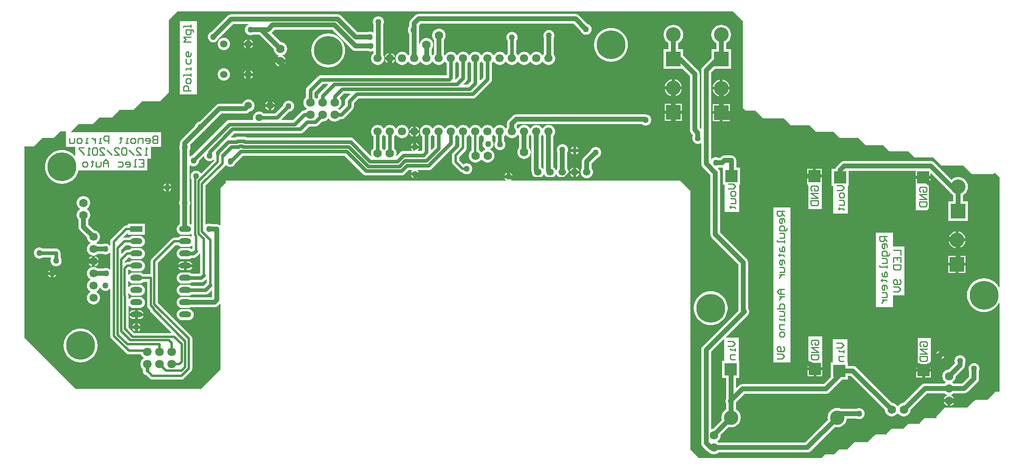
<source format=gbl>
%FSLAX24Y24*%
%MOIN*%
G70*
G01*
G75*
G04 Layer_Physical_Order=2*
G04 Layer_Color=16711680*
%ADD10R,0.0500X0.0400*%
%ADD11R,0.0400X0.0500*%
%ADD12C,0.0394*%
%ADD13C,0.0197*%
%ADD14C,0.0315*%
%ADD15C,0.0100*%
%ADD16C,0.0039*%
%ADD17C,0.0700*%
%ADD18C,0.0600*%
%ADD19C,0.1200*%
%ADD20R,0.1200X0.1200*%
%ADD21C,0.0669*%
%ADD22C,0.0709*%
%ADD23O,0.1000X0.0500*%
%ADD24R,0.1000X0.0500*%
%ADD25R,0.1000X0.1000*%
%ADD26C,0.1181*%
%ADD27C,0.2362*%
%ADD28C,0.0500*%
G36*
X1950Y3911D02*
X2036Y3800D01*
X2092Y3757D01*
Y3423D01*
X2060Y3380D01*
X2014Y3271D01*
X1999Y3154D01*
X2014Y3036D01*
X2060Y2927D01*
X2132Y2833D01*
X2226Y2760D01*
X2226Y2760D01*
Y2710D01*
X2147Y2677D01*
X2032Y2589D01*
X1949Y2481D01*
X1899D01*
X1817Y2589D01*
X1718Y2665D01*
Y3738D01*
X1799Y3800D01*
X1884Y3911D01*
X1892Y3931D01*
X1942D01*
X1950Y3911D01*
D02*
G37*
G36*
X-6050D02*
X-5964Y3800D01*
X-5943Y3784D01*
Y2805D01*
X-5979Y2778D01*
X-6055Y2679D01*
X-6104Y2686D01*
X-6106Y2691D01*
X-6194Y2806D01*
X-6222Y2827D01*
Y3784D01*
X-6201Y3800D01*
X-6116Y3911D01*
X-6108Y3931D01*
X-6058D01*
X-6050Y3911D01*
D02*
G37*
G36*
X-20803Y2139D02*
X-20797Y2091D01*
X-20751Y1982D01*
X-20679Y1888D01*
X-20585Y1816D01*
X-20476Y1770D01*
X-20358Y1755D01*
X-20241Y1770D01*
X-20131Y1816D01*
X-20047Y1881D01*
X-20002Y1858D01*
Y1810D01*
X-21043Y769D01*
X-21092Y773D01*
X-21148Y845D01*
X-21242Y917D01*
X-21351Y962D01*
X-21469Y978D01*
X-21586Y962D01*
X-21695Y917D01*
X-21789Y845D01*
X-21862Y751D01*
X-21907Y641D01*
X-21922Y524D01*
X-21907Y406D01*
X-21862Y297D01*
X-21843Y272D01*
Y-3395D01*
X-21884Y-3423D01*
X-21987Y-3380D01*
X-21997Y-3379D01*
Y-1875D01*
X-21959Y-1783D01*
X-21944Y-1665D01*
X-21959Y-1548D01*
X-21982Y-1494D01*
Y1390D01*
X-21937Y1412D01*
X-21908Y1390D01*
X-21799Y1345D01*
X-21681Y1330D01*
X-21564Y1345D01*
X-21454Y1390D01*
X-21360Y1463D01*
X-21288Y1557D01*
X-21243Y1666D01*
X-21228Y1778D01*
X-20850Y2155D01*
X-20803Y2139D01*
D02*
G37*
G36*
X-26925Y-8140D02*
X-26831Y-8212D01*
X-26722Y-8257D01*
X-26604Y-8273D01*
X-26104D01*
X-25987Y-8257D01*
X-25877Y-8212D01*
X-25783Y-8140D01*
X-25768Y-8120D01*
X-25464D01*
Y-10076D01*
X-25464Y-10076D01*
X-25464D01*
X-25453Y-10154D01*
X-25423Y-10227D01*
X-25376Y-10289D01*
X-25231Y-10433D01*
X-25224Y-10491D01*
X-25194Y-10564D01*
X-25146Y-10626D01*
X-23499Y-12274D01*
X-23518Y-12320D01*
X-26546D01*
X-27009Y-11857D01*
Y-10108D01*
X-26962Y-10092D01*
X-26925Y-10140D01*
X-26831Y-10212D01*
X-26722Y-10257D01*
X-26604Y-10273D01*
X-26104D01*
X-25987Y-10257D01*
X-25877Y-10212D01*
X-25783Y-10140D01*
X-25711Y-10046D01*
X-25666Y-9936D01*
X-25650Y-9819D01*
X-25666Y-9701D01*
X-25711Y-9592D01*
X-25783Y-9498D01*
X-25877Y-9426D01*
X-25987Y-9380D01*
X-26104Y-9365D01*
X-26604D01*
X-26722Y-9380D01*
X-26831Y-9426D01*
X-26925Y-9498D01*
X-26962Y-9546D01*
X-27009Y-9529D01*
Y-9256D01*
X-27019Y-9178D01*
X-27021Y-9175D01*
Y-9093D01*
X-26973Y-9077D01*
X-26925Y-9140D01*
X-26831Y-9212D01*
X-26722Y-9257D01*
X-26604Y-9273D01*
X-26104D01*
X-25987Y-9257D01*
X-25877Y-9212D01*
X-25783Y-9140D01*
X-25711Y-9046D01*
X-25666Y-8936D01*
X-25650Y-8819D01*
X-25666Y-8701D01*
X-25711Y-8592D01*
X-25783Y-8498D01*
X-25877Y-8426D01*
X-25987Y-8380D01*
X-26104Y-8365D01*
X-26604D01*
X-26722Y-8380D01*
X-26831Y-8426D01*
X-26925Y-8498D01*
X-26973Y-8560D01*
X-27021Y-8544D01*
Y-8093D01*
X-26973Y-8077D01*
X-26925Y-8140D01*
D02*
G37*
G36*
X1950Y9911D02*
X2036Y9800D01*
X2057Y9784D01*
Y8618D01*
X1824Y8385D01*
X1778Y8404D01*
Y9784D01*
X1799Y9800D01*
X1884Y9911D01*
X1892Y9931D01*
X1942D01*
X1950Y9911D01*
D02*
G37*
G36*
X950D02*
X1036Y9800D01*
X1057Y9784D01*
Y8295D01*
X777Y8016D01*
X441D01*
X422Y8062D01*
X672Y8312D01*
X730Y8387D01*
X751Y8438D01*
X766Y8474D01*
X778Y8567D01*
Y9784D01*
X799Y9800D01*
X884Y9911D01*
X892Y9931D01*
X942D01*
X950Y9911D01*
D02*
G37*
G36*
X-2050Y3911D02*
X-1964Y3800D01*
X-1943Y3784D01*
Y2933D01*
X-2176Y2700D01*
X-2222Y2719D01*
Y3784D01*
X-2201Y3800D01*
X-2116Y3911D01*
X-2108Y3931D01*
X-2058D01*
X-2050Y3911D01*
D02*
G37*
G36*
X-50Y9911D02*
X36Y9800D01*
X57Y9784D01*
Y8716D01*
X-208Y8451D01*
X-249Y8478D01*
Y8481D01*
X-234Y8516D01*
X-222Y8610D01*
Y9784D01*
X-201Y9800D01*
X-116Y9911D01*
X-108Y9931D01*
X-58D01*
X-50Y9911D01*
D02*
G37*
G36*
X6950Y3911D02*
X7017Y3825D01*
Y1141D01*
X6970Y1125D01*
X6904Y1211D01*
X6818Y1277D01*
Y3825D01*
X6884Y3911D01*
X6892Y3931D01*
X6942D01*
X6950Y3911D01*
D02*
G37*
G36*
X-10670Y8038D02*
X-11365Y7343D01*
X-11422Y7268D01*
X-11459Y7181D01*
X-11471Y7088D01*
Y6977D01*
X-11506Y6950D01*
X-11585Y6847D01*
X-11635D01*
X-11715Y6950D01*
X-11750Y6977D01*
Y7410D01*
X-11075Y8084D01*
X-10689D01*
X-10670Y8038D01*
D02*
G37*
G36*
X-8829Y7248D02*
X-9160Y6916D01*
X-9218Y6842D01*
X-9254Y6755D01*
X-9266Y6661D01*
Y6378D01*
X-9695Y5949D01*
X-9715Y5950D01*
X-9819Y6030D01*
Y6080D01*
X-9715Y6160D01*
X-9626Y6276D01*
X-9570Y6410D01*
X-9551Y6555D01*
X-9570Y6700D01*
X-9626Y6835D01*
X-9711Y6945D01*
X-9361Y7294D01*
X-8848D01*
X-8829Y7248D01*
D02*
G37*
G36*
X23320Y13241D02*
X23324D01*
Y6158D01*
X23305Y6138D01*
X23553Y5890D01*
Y5886D01*
X24336D01*
X24356Y5906D01*
X24982Y5280D01*
X26698D01*
X26706Y5272D01*
X27277Y4701D01*
Y4701D01*
X28749D01*
X28777Y4729D01*
X29301Y4205D01*
Y4174D01*
X30710D01*
X30722Y4186D01*
X31230Y3678D01*
Y3658D01*
X32710D01*
X32749Y3697D01*
X33356Y3091D01*
Y3079D01*
X34765D01*
X34793Y3107D01*
X35308Y2591D01*
Y2564D01*
X36883D01*
X36895Y2552D01*
X37371Y2075D01*
X38927D01*
X38974Y2028D01*
X39600Y1402D01*
X41391D01*
X41419Y1375D01*
X42080Y713D01*
Y709D01*
X43864D01*
X43970Y816D01*
X44364Y422D01*
Y-8573D01*
X44315Y-8586D01*
X44207Y-8410D01*
X44066Y-8245D01*
X43901Y-8104D01*
X43716Y-7990D01*
X43515Y-7907D01*
X43303Y-7856D01*
X43087Y-7839D01*
X42870Y-7856D01*
X42659Y-7907D01*
X42458Y-7990D01*
X42272Y-8104D01*
X42107Y-8245D01*
X41966Y-8410D01*
X41852Y-8595D01*
X41769Y-8796D01*
X41718Y-9008D01*
X41701Y-9224D01*
X41718Y-9441D01*
X41769Y-9653D01*
X41852Y-9853D01*
X41966Y-10039D01*
X42107Y-10204D01*
X42272Y-10345D01*
X42458Y-10459D01*
X42659Y-10542D01*
X42870Y-10593D01*
X43087Y-10610D01*
X43303Y-10593D01*
X43515Y-10542D01*
X43716Y-10459D01*
X43901Y-10345D01*
X44066Y-10204D01*
X44207Y-10039D01*
X44315Y-9862D01*
X44364Y-9876D01*
Y-17149D01*
X44013D01*
X43970Y-17192D01*
X43364Y-17799D01*
X42364D01*
X42234Y-17929D01*
X41710Y-18452D01*
X39883D01*
X39604Y-18732D01*
X39190Y-19145D01*
Y-19299D01*
X38214D01*
X37844Y-19669D01*
Y-19775D01*
X36868D01*
X36478Y-20165D01*
X35521D01*
X35478Y-20208D01*
X35151Y-20535D01*
Y-20621D01*
X34198D01*
X34088Y-20732D01*
X33545Y-21275D01*
X32478D01*
X31915Y-21838D01*
X31871Y-21881D01*
X31198D01*
Y-21885D01*
X30808Y-22275D01*
X30064D01*
X29871Y-22468D01*
X29785Y-22554D01*
X19706D01*
X19100Y-21948D01*
X19033Y-21881D01*
Y-661D01*
X19013D01*
X18403Y-51D01*
X18186Y166D01*
X4362D01*
X4345Y213D01*
X4383Y243D01*
X4440Y316D01*
X4463Y372D01*
X3805D01*
X3828Y316D01*
X3884Y243D01*
X3922Y213D01*
X3906Y166D01*
X-19022D01*
Y-7D01*
X-19479Y-464D01*
Y-3475D01*
X-19524Y-3497D01*
X-19556Y-3472D01*
X-19652Y-3432D01*
X-19756Y-3419D01*
X-20182D01*
X-20183Y-3418D01*
X-20292Y-3373D01*
X-20409Y-3357D01*
X-20527Y-3373D01*
X-20636Y-3418D01*
X-20642Y-3423D01*
X-20687Y-3400D01*
Y-227D01*
X-19093Y1367D01*
X-19045Y1429D01*
X-19043Y1435D01*
X-18993Y1441D01*
X-18952Y1387D01*
X-18877Y1329D01*
X-18790Y1293D01*
X-18697Y1281D01*
X-18604Y1293D01*
X-18583Y1302D01*
X-18524Y1310D01*
X-18415Y1355D01*
X-18321Y1427D01*
X-18249Y1521D01*
X-18207Y1622D01*
X-17641Y2188D01*
X-9292D01*
X-7799Y695D01*
X-7724Y638D01*
X-7673Y617D01*
X-7637Y602D01*
X-7544Y590D01*
X-4637D01*
X-4544Y602D01*
X-4483Y627D01*
X-4457Y638D01*
X-4382Y695D01*
X-4050Y1028D01*
X-3762D01*
X-3746Y981D01*
X-3785Y950D01*
X-3841Y877D01*
X-3865Y821D01*
X-3206D01*
X-3230Y877D01*
X-3286Y950D01*
X-3325Y981D01*
X-3309Y1028D01*
X-2419D01*
X-2326Y1040D01*
X-2239Y1076D01*
X-2164Y1134D01*
X-2164Y1134D01*
X-2164Y1134D01*
X-328Y2970D01*
X-270Y3045D01*
X-234Y3132D01*
X-222Y3225D01*
X-222Y3225D01*
X-222Y3225D01*
Y3225D01*
Y3784D01*
X-201Y3800D01*
X-116Y3911D01*
X-108Y3931D01*
X-58D01*
X-50Y3911D01*
X36Y3800D01*
X116Y3738D01*
Y2975D01*
X-410Y2449D01*
X-458Y2387D01*
X-488Y2314D01*
X-498Y2236D01*
Y1709D01*
X-498Y1709D01*
X-498D01*
X-488Y1631D01*
X-458Y1558D01*
X-410Y1496D01*
X161Y925D01*
X161Y925D01*
X161D01*
X161Y925D01*
X161D01*
X161Y925D01*
Y925D01*
Y925D01*
D01*
D01*
X161D01*
Y925D01*
X224Y877D01*
X296Y847D01*
X368Y838D01*
X384Y817D01*
X478Y745D01*
X587Y699D01*
X705Y684D01*
X822Y699D01*
X932Y745D01*
X1026Y817D01*
X1098Y911D01*
X1143Y1020D01*
X1159Y1138D01*
X1143Y1255D01*
X1098Y1365D01*
X1026Y1459D01*
X932Y1531D01*
X822Y1576D01*
X705Y1592D01*
X587Y1576D01*
X478Y1531D01*
X438Y1500D01*
X104Y1833D01*
Y2112D01*
X630Y2638D01*
X678Y2700D01*
X708Y2772D01*
X718Y2850D01*
X718Y2850D01*
X718Y2850D01*
Y2850D01*
Y3738D01*
X799Y3800D01*
X884Y3911D01*
X892Y3931D01*
X942D01*
X950Y3911D01*
X1036Y3800D01*
X1116Y3738D01*
Y2654D01*
X1032Y2589D01*
X944Y2474D01*
X889Y2340D01*
X870Y2197D01*
X889Y2053D01*
X944Y1919D01*
X1032Y1805D01*
X1147Y1716D01*
X1281Y1661D01*
X1424Y1642D01*
X1568Y1661D01*
X1702Y1716D01*
X1817Y1805D01*
X1899Y1912D01*
X1949D01*
X2032Y1805D01*
X2147Y1716D01*
X2281Y1661D01*
X2424Y1642D01*
X2568Y1661D01*
X2702Y1716D01*
X2817Y1805D01*
X2905Y1919D01*
X2960Y2053D01*
X2979Y2197D01*
X2960Y2340D01*
X2905Y2474D01*
X2817Y2589D01*
X2702Y2677D01*
X2651Y2698D01*
Y2748D01*
X2680Y2760D01*
X2774Y2833D01*
X2846Y2927D01*
X2891Y3036D01*
X2907Y3154D01*
X2891Y3271D01*
X2846Y3380D01*
X2813Y3423D01*
Y3819D01*
X2884Y3911D01*
X2892Y3931D01*
X2942D01*
X2950Y3911D01*
X3036Y3800D01*
X3057Y3784D01*
Y3372D01*
X3036Y3345D01*
X2991Y3236D01*
X2975Y3118D01*
X2991Y3001D01*
X3036Y2891D01*
X3108Y2797D01*
X3202Y2725D01*
X3312Y2680D01*
X3429Y2664D01*
X3547Y2680D01*
X3656Y2725D01*
X3750Y2797D01*
X3822Y2891D01*
X3868Y3001D01*
X3883Y3118D01*
X3868Y3236D01*
X3822Y3345D01*
X3778Y3403D01*
Y3784D01*
X3799Y3800D01*
X3884Y3911D01*
X3892Y3931D01*
X3942D01*
X3950Y3911D01*
X4036Y3800D01*
X4148Y3714D01*
X4278Y3660D01*
X4417Y3642D01*
X4557Y3660D01*
X4687Y3714D01*
X4799Y3800D01*
X4884Y3911D01*
X4892Y3931D01*
X4942D01*
X4950Y3911D01*
X5017Y3825D01*
Y2888D01*
X4929Y2773D01*
X4874Y2640D01*
X4855Y2496D01*
X4874Y2352D01*
X4929Y2219D01*
X5017Y2104D01*
X5132Y2016D01*
X5266Y1960D01*
X5409Y1941D01*
X5553Y1960D01*
X5687Y2016D01*
X5802Y2104D01*
X5890Y2219D01*
X5945Y2352D01*
X5964Y2496D01*
X5945Y2640D01*
X5890Y2773D01*
X5818Y2868D01*
Y3825D01*
X5884Y3911D01*
X5892Y3931D01*
X5942D01*
X5950Y3911D01*
X6017Y3825D01*
Y984D01*
X6031Y881D01*
X6044Y850D01*
X6060Y724D01*
X6110Y602D01*
X6191Y498D01*
X6295Y418D01*
X6417Y367D01*
X6547Y350D01*
X6678Y367D01*
X6799Y418D01*
X6904Y498D01*
X6984Y602D01*
X7022Y695D01*
X7072D01*
X7110Y602D01*
X7191Y498D01*
X7295Y418D01*
X7417Y367D01*
X7547Y350D01*
X7678Y367D01*
X7799Y418D01*
X7904Y498D01*
X7984Y602D01*
X8022Y695D01*
X8072D01*
X8110Y602D01*
X8191Y498D01*
X8295Y418D01*
X8417Y367D01*
X8547Y350D01*
X8678Y367D01*
X8799Y418D01*
X8904Y498D01*
X8984Y602D01*
X9034Y724D01*
X9052Y854D01*
X9034Y985D01*
X8984Y1106D01*
X8948Y1154D01*
Y2483D01*
X8986Y2575D01*
X9001Y2693D01*
X8986Y2810D01*
X8940Y2920D01*
X8868Y3014D01*
X8774Y3086D01*
X8665Y3131D01*
X8547Y3147D01*
X8430Y3131D01*
X8320Y3086D01*
X8226Y3014D01*
X8154Y2920D01*
X8109Y2810D01*
X8093Y2693D01*
X8109Y2575D01*
X8147Y2483D01*
Y1154D01*
X8110Y1106D01*
X8072Y1014D01*
X8022D01*
X7984Y1106D01*
X7904Y1211D01*
X7818Y1277D01*
Y3825D01*
X7884Y3911D01*
X7938Y4042D01*
X7957Y4181D01*
X7938Y4321D01*
X7884Y4451D01*
X7799Y4562D01*
X7687Y4648D01*
X7557Y4702D01*
X7417Y4720D01*
X7278Y4702D01*
X7148Y4648D01*
X7036Y4562D01*
X6950Y4451D01*
X6942Y4431D01*
X6892D01*
X6884Y4451D01*
X6799Y4562D01*
X6687Y4648D01*
X6557Y4702D01*
X6417Y4720D01*
X6278Y4702D01*
X6148Y4648D01*
X6036Y4562D01*
X5950Y4451D01*
X5942Y4431D01*
X5892D01*
X5884Y4451D01*
X5799Y4562D01*
X5687Y4648D01*
X5557Y4702D01*
X5417Y4720D01*
X5278Y4702D01*
X5148Y4648D01*
X5036Y4562D01*
X4950Y4451D01*
X4942Y4431D01*
X4892D01*
X4884Y4451D01*
X4818Y4538D01*
Y4681D01*
X4918Y4781D01*
X15087D01*
X15139Y4741D01*
X15249Y4695D01*
X15366Y4680D01*
X15484Y4695D01*
X15593Y4741D01*
X15687Y4813D01*
X15759Y4907D01*
X15805Y5016D01*
X15820Y5134D01*
X15805Y5251D01*
X15759Y5361D01*
X15687Y5455D01*
X15593Y5527D01*
X15484Y5572D01*
X15366Y5588D01*
X15318Y5581D01*
X4752D01*
X4648Y5568D01*
X4552Y5528D01*
X4469Y5464D01*
X4134Y5129D01*
X4071Y5047D01*
X4042Y4978D01*
X4031Y4950D01*
X4017Y4846D01*
Y4538D01*
X3950Y4451D01*
X3942Y4431D01*
X3892D01*
X3884Y4451D01*
X3799Y4562D01*
X3687Y4648D01*
X3557Y4702D01*
X3417Y4720D01*
X3278Y4702D01*
X3148Y4648D01*
X3036Y4562D01*
X2950Y4451D01*
X2942Y4431D01*
X2892D01*
X2884Y4451D01*
X2799Y4562D01*
X2687Y4648D01*
X2557Y4702D01*
X2417Y4720D01*
X2278Y4702D01*
X2148Y4648D01*
X2036Y4562D01*
X1950Y4451D01*
X1942Y4431D01*
X1892D01*
X1884Y4451D01*
X1799Y4562D01*
X1687Y4648D01*
X1557Y4702D01*
X1417Y4720D01*
X1278Y4702D01*
X1148Y4648D01*
X1036Y4562D01*
X950Y4451D01*
X942Y4431D01*
X892D01*
X884Y4451D01*
X799Y4562D01*
X687Y4648D01*
X557Y4702D01*
X417Y4720D01*
X278Y4702D01*
X148Y4648D01*
X36Y4562D01*
X-50Y4451D01*
X-58Y4431D01*
X-108D01*
X-116Y4451D01*
X-201Y4562D01*
X-313Y4648D01*
X-443Y4702D01*
X-583Y4720D01*
X-722Y4702D01*
X-852Y4648D01*
X-964Y4562D01*
X-1050Y4451D01*
X-1058Y4431D01*
X-1108D01*
X-1116Y4451D01*
X-1201Y4562D01*
X-1313Y4648D01*
X-1443Y4702D01*
X-1583Y4720D01*
X-1722Y4702D01*
X-1852Y4648D01*
X-1964Y4562D01*
X-2050Y4451D01*
X-2058Y4431D01*
X-2108D01*
X-2116Y4451D01*
X-2201Y4562D01*
X-2313Y4648D01*
X-2443Y4702D01*
X-2583Y4720D01*
X-2722Y4702D01*
X-2852Y4648D01*
X-2964Y4562D01*
X-3050Y4451D01*
X-3104Y4321D01*
X-3108Y4286D01*
X-3108D01*
X-3122Y4181D01*
X-3108Y4076D01*
X-3108D01*
X-3104Y4042D01*
X-3050Y3911D01*
X-2964Y3800D01*
X-2943Y3784D01*
Y2653D01*
X-2992Y2605D01*
X-3299D01*
X-3315Y2652D01*
X-3290Y2672D01*
X-3234Y2745D01*
X-3210Y2801D01*
X-3868D01*
X-3845Y2745D01*
X-3789Y2672D01*
X-3763Y2652D01*
X-3779Y2605D01*
X-4461D01*
X-4554Y2592D01*
X-4590Y2577D01*
X-4641Y2556D01*
X-4716Y2499D01*
X-5016Y2199D01*
X-5057Y2227D01*
X-5051Y2242D01*
X-5032Y2386D01*
X-5051Y2529D01*
X-5106Y2663D01*
X-5194Y2778D01*
X-5222Y2799D01*
Y3784D01*
X-5201Y3800D01*
X-5116Y3911D01*
X-5108Y3931D01*
X-5058D01*
X-5050Y3911D01*
X-4964Y3800D01*
X-4852Y3714D01*
X-4722Y3660D01*
X-4583Y3642D01*
X-4443Y3660D01*
X-4313Y3714D01*
X-4201Y3800D01*
X-4116Y3911D01*
X-4062Y4042D01*
X-4057Y4076D01*
X-4057D01*
X-4043Y4181D01*
X-4057Y4286D01*
X-4057D01*
X-4062Y4321D01*
X-4116Y4451D01*
X-4201Y4562D01*
X-4313Y4648D01*
X-4443Y4702D01*
X-4583Y4720D01*
X-4722Y4702D01*
X-4852Y4648D01*
X-4964Y4562D01*
X-5050Y4451D01*
X-5058Y4431D01*
X-5108D01*
X-5116Y4451D01*
X-5201Y4562D01*
X-5313Y4648D01*
X-5443Y4702D01*
X-5583Y4720D01*
X-5722Y4702D01*
X-5852Y4648D01*
X-5964Y4562D01*
X-6050Y4451D01*
X-6058Y4431D01*
X-6108D01*
X-6116Y4451D01*
X-6201Y4562D01*
X-6313Y4648D01*
X-6443Y4702D01*
X-6583Y4720D01*
X-6722Y4702D01*
X-6852Y4648D01*
X-6964Y4562D01*
X-7050Y4451D01*
X-7104Y4321D01*
X-7122Y4181D01*
X-7104Y4042D01*
X-7050Y3911D01*
X-6964Y3800D01*
X-6943Y3784D01*
Y2833D01*
X-6979Y2806D01*
X-7067Y2691D01*
X-7122Y2557D01*
X-7141Y2413D01*
X-7122Y2270D01*
X-7091Y2194D01*
X-7133Y2166D01*
X-8560Y3594D01*
X-8635Y3651D01*
X-8722Y3687D01*
X-8815Y3699D01*
X-17326D01*
X-17348Y3716D01*
X-17373Y3727D01*
X-17435Y3752D01*
X-17528Y3764D01*
X-18052D01*
X-18145Y3752D01*
X-18232Y3716D01*
X-18254Y3699D01*
X-18592D01*
X-18611Y3745D01*
X-18335Y4022D01*
X-12936D01*
X-12843Y4034D01*
X-12756Y4070D01*
X-12681Y4128D01*
X-12206Y4603D01*
X-11702D01*
X-11609Y4615D01*
X-11547Y4640D01*
X-11522Y4651D01*
X-11447Y4708D01*
X-11154Y5002D01*
X-11110Y4996D01*
X-10966Y5015D01*
X-10831Y5071D01*
X-10715Y5160D01*
X-10635Y5264D01*
X-10585D01*
X-10506Y5160D01*
X-10390Y5071D01*
X-10255Y5015D01*
X-10110Y4996D01*
X-9966Y5015D01*
X-9831Y5071D01*
X-9715Y5160D01*
X-9688Y5195D01*
X-9579D01*
X-9485Y5207D01*
X-9424Y5232D01*
X-9398Y5243D01*
X-9324Y5300D01*
X-8651Y5973D01*
X-8593Y6048D01*
X-8583Y6074D01*
X-8557Y6135D01*
X-8545Y6228D01*
Y6512D01*
X-8158Y6899D01*
X1209D01*
X1302Y6912D01*
X1364Y6937D01*
X1389Y6948D01*
X1464Y7005D01*
X2672Y8214D01*
X2730Y8288D01*
X2730Y8288D01*
X2730Y8288D01*
X2766Y8375D01*
X2778Y8468D01*
Y9784D01*
X2799Y9800D01*
X2884Y9911D01*
X2892Y9931D01*
X2942D01*
X2950Y9911D01*
X3036Y9800D01*
X3148Y9714D01*
X3278Y9660D01*
X3417Y9642D01*
X3557Y9660D01*
X3687Y9714D01*
X3799Y9800D01*
X3884Y9911D01*
X3892Y9931D01*
X3942D01*
X3950Y9911D01*
X4036Y9800D01*
X4148Y9714D01*
X4278Y9660D01*
X4417Y9642D01*
X4557Y9660D01*
X4687Y9714D01*
X4799Y9800D01*
X4884Y9911D01*
X4892Y9931D01*
X4942D01*
X4950Y9911D01*
X5036Y9800D01*
X5148Y9714D01*
X5278Y9660D01*
X5417Y9642D01*
X5557Y9660D01*
X5687Y9714D01*
X5799Y9800D01*
X5884Y9911D01*
X5892Y9931D01*
X5942D01*
X5950Y9911D01*
X6036Y9800D01*
X6148Y9714D01*
X6278Y9660D01*
X6417Y9642D01*
X6557Y9660D01*
X6687Y9714D01*
X6799Y9800D01*
X6884Y9911D01*
X6892Y9931D01*
X6942D01*
X6950Y9911D01*
X7036Y9800D01*
X7148Y9714D01*
X7278Y9660D01*
X7417Y9642D01*
X7557Y9660D01*
X7687Y9714D01*
X7799Y9800D01*
X7884Y9911D01*
X7938Y10042D01*
X7957Y10181D01*
X7938Y10321D01*
X7884Y10451D01*
X7845Y10502D01*
Y11842D01*
X7883Y11934D01*
X7899Y12051D01*
X7883Y12169D01*
X7838Y12278D01*
X7766Y12372D01*
X7672Y12444D01*
X7562Y12490D01*
X7445Y12505D01*
X7327Y12490D01*
X7218Y12444D01*
X7124Y12372D01*
X7052Y12278D01*
X7006Y12169D01*
X6991Y12051D01*
X7006Y11934D01*
X7045Y11842D01*
Y10569D01*
X7036Y10562D01*
X6950Y10451D01*
X6942Y10431D01*
X6892D01*
X6884Y10451D01*
X6799Y10562D01*
X6687Y10648D01*
X6557Y10702D01*
X6417Y10720D01*
X6278Y10702D01*
X6148Y10648D01*
X6036Y10562D01*
X5950Y10451D01*
X5942Y10431D01*
X5892D01*
X5884Y10451D01*
X5799Y10562D01*
X5687Y10648D01*
X5557Y10702D01*
X5417Y10720D01*
X5278Y10702D01*
X5148Y10648D01*
X5036Y10562D01*
X4950Y10451D01*
X4942Y10431D01*
X4892D01*
X4884Y10451D01*
X4799Y10562D01*
X4778Y10578D01*
Y11628D01*
X4810Y11671D01*
X4856Y11780D01*
X4871Y11898D01*
X4856Y12015D01*
X4810Y12125D01*
X4738Y12219D01*
X4644Y12291D01*
X4535Y12336D01*
X4417Y12352D01*
X4300Y12336D01*
X4190Y12291D01*
X4096Y12219D01*
X4024Y12125D01*
X3979Y12015D01*
X3963Y11898D01*
X3979Y11780D01*
X4024Y11671D01*
X4057Y11628D01*
Y10578D01*
X4036Y10562D01*
X3950Y10451D01*
X3942Y10431D01*
X3892D01*
X3884Y10451D01*
X3799Y10562D01*
X3687Y10648D01*
X3557Y10702D01*
X3417Y10720D01*
X3278Y10702D01*
X3148Y10648D01*
X3036Y10562D01*
X2950Y10451D01*
X2942Y10431D01*
X2892D01*
X2884Y10451D01*
X2799Y10562D01*
X2687Y10648D01*
X2557Y10702D01*
X2417Y10720D01*
X2278Y10702D01*
X2148Y10648D01*
X2036Y10562D01*
X1950Y10451D01*
X1942Y10431D01*
X1892D01*
X1884Y10451D01*
X1799Y10562D01*
X1687Y10648D01*
X1557Y10702D01*
X1417Y10720D01*
X1278Y10702D01*
X1148Y10648D01*
X1036Y10562D01*
X950Y10451D01*
X942Y10431D01*
X892D01*
X884Y10451D01*
X799Y10562D01*
X687Y10648D01*
X557Y10702D01*
X417Y10720D01*
X278Y10702D01*
X148Y10648D01*
X36Y10562D01*
X-50Y10451D01*
X-58Y10431D01*
X-108D01*
X-116Y10451D01*
X-201Y10562D01*
X-313Y10648D01*
X-443Y10702D01*
X-583Y10720D01*
X-722Y10702D01*
X-852Y10648D01*
X-964Y10562D01*
X-1050Y10451D01*
X-1058Y10431D01*
X-1108D01*
X-1116Y10451D01*
X-1171Y10522D01*
Y11677D01*
X-1090Y11782D01*
X-1035Y11915D01*
X-1016Y12059D01*
X-1035Y12203D01*
X-1090Y12336D01*
X-1179Y12451D01*
X-1293Y12539D01*
X-1427Y12595D01*
X-1571Y12614D01*
X-1714Y12595D01*
X-1848Y12539D01*
X-1963Y12451D01*
X-2051Y12336D01*
X-2107Y12203D01*
X-2126Y12059D01*
X-2107Y11915D01*
X-2051Y11782D01*
X-1971Y11677D01*
Y10553D01*
X-2050Y10451D01*
X-2058Y10431D01*
X-2108D01*
X-2116Y10451D01*
X-2178Y10533D01*
Y10924D01*
X-2106Y11018D01*
X-2051Y11152D01*
X-2032Y11295D01*
X-2051Y11439D01*
X-2106Y11573D01*
X-2194Y11688D01*
X-2309Y11776D01*
X-2443Y11831D01*
X-2587Y11850D01*
X-2730Y11831D01*
X-2864Y11776D01*
X-2979Y11688D01*
X-3067Y11573D01*
X-3122Y11439D01*
X-3133Y11363D01*
X-3182Y11366D01*
Y12909D01*
X-3074Y13017D01*
X9468D01*
X10049Y12436D01*
X10087Y12344D01*
X10159Y12250D01*
X10253Y12178D01*
X10363Y12132D01*
X10480Y12117D01*
X10598Y12132D01*
X10707Y12178D01*
X10801Y12250D01*
X10873Y12344D01*
X10919Y12453D01*
X10934Y12571D01*
X10919Y12688D01*
X10873Y12798D01*
X10801Y12892D01*
X10707Y12964D01*
X10615Y13002D01*
X9917Y13700D01*
X9834Y13764D01*
X9766Y13792D01*
X9737Y13804D01*
X9634Y13818D01*
X-3240D01*
X-3344Y13804D01*
X-3440Y13764D01*
X-3523Y13700D01*
X-3866Y13358D01*
X-3929Y13275D01*
X-3958Y13207D01*
X-3969Y13178D01*
X-3983Y13075D01*
Y12815D01*
X-4051Y12727D01*
X-4096Y12617D01*
X-4111Y12500D01*
X-4096Y12383D01*
X-4051Y12273D01*
X-3983Y12185D01*
Y10538D01*
X-4050Y10451D01*
X-4058Y10431D01*
X-4108D01*
X-4116Y10451D01*
X-4201Y10562D01*
X-4313Y10648D01*
X-4443Y10702D01*
X-4583Y10720D01*
X-4722Y10702D01*
X-4852Y10648D01*
X-4964Y10562D01*
X-5050Y10451D01*
X-5104Y10321D01*
X-5108Y10286D01*
X-5108D01*
X-5122Y10181D01*
X-5108Y10076D01*
X-5108D01*
X-5104Y10042D01*
X-5050Y9911D01*
X-4964Y9800D01*
X-4852Y9714D01*
X-4722Y9660D01*
X-4583Y9642D01*
X-4443Y9660D01*
X-4313Y9714D01*
X-4201Y9800D01*
X-4116Y9911D01*
X-4108Y9931D01*
X-4058D01*
X-4050Y9911D01*
X-3964Y9800D01*
X-3852Y9714D01*
X-3722Y9660D01*
X-3583Y9642D01*
X-3443Y9660D01*
X-3313Y9714D01*
X-3201Y9800D01*
X-3116Y9911D01*
X-3108Y9931D01*
X-3058D01*
X-3050Y9911D01*
X-2964Y9800D01*
X-2852Y9714D01*
X-2722Y9660D01*
X-2583Y9642D01*
X-2443Y9660D01*
X-2313Y9714D01*
X-2201Y9800D01*
X-2116Y9911D01*
X-2108Y9931D01*
X-2058D01*
X-2050Y9911D01*
X-1964Y9800D01*
X-1852Y9714D01*
X-1722Y9660D01*
X-1583Y9642D01*
X-1443Y9660D01*
X-1313Y9714D01*
X-1201Y9800D01*
X-1116Y9911D01*
X-1108Y9931D01*
X-1058D01*
X-1050Y9911D01*
X-964Y9800D01*
X-943Y9784D01*
Y8805D01*
X-11224D01*
X-11318Y8793D01*
X-11354Y8778D01*
X-11405Y8757D01*
X-11479Y8700D01*
X-12365Y7814D01*
X-12422Y7739D01*
X-12459Y7652D01*
X-12471Y7559D01*
Y6977D01*
X-12506Y6950D01*
X-12594Y6835D01*
X-12650Y6700D01*
X-12669Y6555D01*
X-12650Y6410D01*
X-12594Y6276D01*
X-12506Y6160D01*
X-12402Y6080D01*
Y6030D01*
X-12506Y5950D01*
X-12532Y5916D01*
X-12610D01*
X-12704Y5903D01*
X-12765Y5878D01*
X-12791Y5867D01*
X-12865Y5810D01*
X-13537Y5138D01*
X-14436D01*
X-14455Y5184D01*
X-13817Y5822D01*
X-13764Y5829D01*
X-13655Y5875D01*
X-13561Y5947D01*
X-13489Y6041D01*
X-13443Y6150D01*
X-13428Y6268D01*
X-13443Y6385D01*
X-13489Y6495D01*
X-13561Y6589D01*
X-13655Y6661D01*
X-13764Y6706D01*
X-13882Y6722D01*
X-13999Y6706D01*
X-14109Y6661D01*
X-14203Y6589D01*
X-14275Y6495D01*
X-14320Y6385D01*
X-14327Y6332D01*
X-14984Y5676D01*
X-15948D01*
X-16047Y5752D01*
X-16169Y5802D01*
X-16299Y5819D01*
X-16430Y5802D01*
X-16551Y5752D01*
X-16656Y5672D01*
X-16736Y5567D01*
X-16786Y5445D01*
X-16804Y5315D01*
X-16786Y5184D01*
X-16784Y5180D01*
X-16812Y5138D01*
X-18738D01*
X-18832Y5126D01*
X-18919Y5090D01*
X-18993Y5032D01*
X-21807Y2218D01*
X-21908Y2177D01*
X-21937Y2155D01*
X-21982Y2177D01*
Y2657D01*
X-21943Y2749D01*
X-21928Y2866D01*
X-21943Y2984D01*
X-21971Y3051D01*
X-21972Y3052D01*
X-21978Y3067D01*
X-20861Y4183D01*
X-20789Y4238D01*
X-20734Y4310D01*
X-19385Y5659D01*
X-17441D01*
X-17337Y5672D01*
X-17309Y5684D01*
X-17241Y5712D01*
X-17158Y5776D01*
X-17114Y5820D01*
X-17055Y5828D01*
X-16933Y5878D01*
X-16828Y5958D01*
X-16748Y6063D01*
X-16698Y6184D01*
X-16681Y6315D01*
X-16698Y6445D01*
X-16748Y6567D01*
X-16828Y6672D01*
X-16933Y6752D01*
X-17055Y6802D01*
X-17185Y6819D01*
X-17316Y6802D01*
X-17437Y6752D01*
X-17542Y6672D01*
X-17622Y6567D01*
X-17666Y6459D01*
X-19551D01*
X-19655Y6446D01*
X-19683Y6434D01*
X-19751Y6406D01*
X-19834Y6342D01*
X-21171Y5005D01*
X-21228Y4997D01*
X-21337Y4952D01*
X-21431Y4880D01*
X-21503Y4786D01*
X-21549Y4677D01*
X-21556Y4620D01*
X-22665Y3511D01*
X-22729Y3428D01*
X-22757Y3360D01*
X-22769Y3332D01*
X-22782Y3228D01*
Y3076D01*
X-22820Y2984D01*
X-22836Y2866D01*
X-22820Y2749D01*
X-22782Y2657D01*
Y-1427D01*
X-22791Y-1438D01*
X-22836Y-1548D01*
X-22852Y-1665D01*
X-22836Y-1783D01*
X-22798Y-1875D01*
Y-3412D01*
X-22831Y-3426D01*
X-22925Y-3498D01*
X-22997Y-3592D01*
X-23043Y-3701D01*
X-23058Y-3819D01*
X-23043Y-3936D01*
X-22997Y-4046D01*
X-22925Y-4140D01*
X-22831Y-4212D01*
X-22722Y-4257D01*
X-22604Y-4273D01*
X-22104D01*
X-21987Y-4257D01*
X-21884Y-4215D01*
X-21843Y-4243D01*
Y-4302D01*
X-21833Y-4380D01*
X-21821Y-4408D01*
X-21861Y-4439D01*
X-21877Y-4426D01*
X-21987Y-4380D01*
X-22104Y-4365D01*
X-22604D01*
X-22722Y-4380D01*
X-22831Y-4426D01*
X-22925Y-4498D01*
X-22941Y-4518D01*
X-23260D01*
X-23338Y-4528D01*
X-23410Y-4558D01*
X-23473Y-4606D01*
X-25099Y-6232D01*
X-25147Y-6294D01*
X-25177Y-6367D01*
X-25187Y-6445D01*
Y-7518D01*
X-25768D01*
X-25783Y-7498D01*
X-25877Y-7426D01*
X-25987Y-7380D01*
X-26104Y-7365D01*
X-26604D01*
X-26722Y-7380D01*
X-26831Y-7426D01*
X-26925Y-7498D01*
X-26973Y-7560D01*
X-27021Y-7544D01*
Y-7151D01*
X-26990Y-7120D01*
X-26941D01*
X-26925Y-7140D01*
X-26831Y-7212D01*
X-26722Y-7257D01*
X-26604Y-7273D01*
X-26104D01*
X-25987Y-7257D01*
X-25877Y-7212D01*
X-25783Y-7140D01*
X-25711Y-7046D01*
X-25666Y-6936D01*
X-25650Y-6819D01*
X-25666Y-6701D01*
X-25711Y-6592D01*
X-25783Y-6498D01*
X-25877Y-6426D01*
X-25987Y-6380D01*
X-26104Y-6365D01*
X-26604D01*
X-26722Y-6380D01*
X-26831Y-6426D01*
X-26925Y-6498D01*
X-26941Y-6518D01*
X-27114D01*
X-27192Y-6528D01*
X-27256Y-6555D01*
X-27297Y-6527D01*
Y-6428D01*
X-26990Y-6120D01*
X-26941D01*
X-26925Y-6140D01*
X-26831Y-6212D01*
X-26722Y-6257D01*
X-26604Y-6273D01*
X-26104D01*
X-25987Y-6257D01*
X-25877Y-6212D01*
X-25783Y-6140D01*
X-25711Y-6046D01*
X-25666Y-5936D01*
X-25650Y-5819D01*
X-25666Y-5701D01*
X-25711Y-5592D01*
X-25783Y-5498D01*
X-25877Y-5426D01*
X-25987Y-5380D01*
X-26104Y-5365D01*
X-26604D01*
X-26722Y-5380D01*
X-26831Y-5426D01*
X-26925Y-5498D01*
X-26941Y-5518D01*
X-27114D01*
X-27192Y-5528D01*
X-27265Y-5558D01*
X-27327Y-5606D01*
X-27543Y-5822D01*
X-27589Y-5802D01*
Y-5507D01*
X-27202Y-5120D01*
X-26941D01*
X-26925Y-5140D01*
X-26831Y-5212D01*
X-26722Y-5257D01*
X-26604Y-5273D01*
X-26104D01*
X-25987Y-5257D01*
X-25877Y-5212D01*
X-25783Y-5140D01*
X-25711Y-5046D01*
X-25666Y-4936D01*
X-25650Y-4819D01*
X-25666Y-4701D01*
X-25711Y-4592D01*
X-25783Y-4498D01*
X-25877Y-4426D01*
X-25987Y-4380D01*
X-26104Y-4365D01*
X-26604D01*
X-26722Y-4380D01*
X-26831Y-4426D01*
X-26925Y-4498D01*
X-26941Y-4518D01*
X-27327D01*
X-27405Y-4528D01*
X-27425Y-4480D01*
X-27101Y-4156D01*
X-27054Y-4175D01*
Y-4269D01*
X-25654D01*
Y-3369D01*
X-27054D01*
Y-3518D01*
X-27189D01*
X-27267Y-3528D01*
X-27339Y-3558D01*
X-27402Y-3606D01*
X-28406Y-4610D01*
X-28454Y-4672D01*
X-28484Y-4745D01*
X-28494Y-4823D01*
Y-5159D01*
X-28541Y-5175D01*
X-28581Y-5124D01*
X-28675Y-5052D01*
X-28784Y-5006D01*
X-28902Y-4991D01*
X-29019Y-5006D01*
X-29111Y-5045D01*
X-29523D01*
X-29604Y-4982D01*
X-29624Y-4974D01*
Y-4924D01*
X-29604Y-4916D01*
X-29493Y-4830D01*
X-29407Y-4718D01*
X-29353Y-4588D01*
X-29335Y-4449D01*
X-29353Y-4309D01*
X-29407Y-4179D01*
X-29493Y-4068D01*
X-29604Y-3982D01*
X-29734Y-3928D01*
X-29843Y-3914D01*
X-30297Y-3460D01*
Y-3043D01*
X-30216Y-2939D01*
X-30161Y-2805D01*
X-30142Y-2661D01*
X-30161Y-2518D01*
X-30216Y-2384D01*
X-30305Y-2269D01*
X-30412Y-2186D01*
Y-2136D01*
X-30305Y-2054D01*
X-30216Y-1939D01*
X-30161Y-1805D01*
X-30142Y-1661D01*
X-30161Y-1518D01*
X-30216Y-1384D01*
X-30305Y-1269D01*
X-30419Y-1181D01*
X-30553Y-1126D01*
X-30697Y-1107D01*
X-30840Y-1126D01*
X-30974Y-1181D01*
X-31089Y-1269D01*
X-31177Y-1384D01*
X-31233Y-1518D01*
X-31252Y-1661D01*
X-31233Y-1805D01*
X-31177Y-1939D01*
X-31089Y-2054D01*
X-30981Y-2136D01*
Y-2186D01*
X-31089Y-2269D01*
X-31177Y-2384D01*
X-31233Y-2518D01*
X-31252Y-2661D01*
X-31233Y-2805D01*
X-31177Y-2939D01*
X-31097Y-3043D01*
Y-3626D01*
X-31083Y-3730D01*
X-31072Y-3758D01*
X-31044Y-3826D01*
X-30980Y-3909D01*
X-30409Y-4480D01*
X-30395Y-4588D01*
X-30341Y-4718D01*
X-30255Y-4830D01*
X-30144Y-4916D01*
X-30124Y-4924D01*
Y-4974D01*
X-30144Y-4982D01*
X-30255Y-5068D01*
X-30341Y-5179D01*
X-30395Y-5309D01*
X-30413Y-5449D01*
X-30395Y-5588D01*
X-30341Y-5718D01*
X-30255Y-5830D01*
X-30144Y-5916D01*
X-30014Y-5970D01*
X-29979Y-5974D01*
Y-5974D01*
X-29874Y-5988D01*
X-29769Y-5974D01*
Y-5974D01*
X-29734Y-5970D01*
X-29604Y-5916D01*
X-29512Y-5845D01*
X-29111D01*
X-29019Y-5883D01*
X-28902Y-5899D01*
X-28784Y-5883D01*
X-28675Y-5838D01*
X-28581Y-5766D01*
X-28541Y-5715D01*
X-28494Y-5731D01*
Y-7093D01*
X-28539Y-7115D01*
X-28616Y-7056D01*
X-28725Y-7010D01*
X-28843Y-6995D01*
X-28960Y-7010D01*
X-29052Y-7049D01*
X-29517D01*
X-29604Y-6982D01*
X-29734Y-6928D01*
X-29769Y-6923D01*
Y-6923D01*
X-29874Y-6910D01*
X-29979Y-6923D01*
Y-6923D01*
X-30014Y-6928D01*
X-30144Y-6982D01*
X-30255Y-7068D01*
X-30341Y-7179D01*
X-30395Y-7309D01*
X-30413Y-7449D01*
X-30395Y-7588D01*
X-30341Y-7718D01*
X-30255Y-7830D01*
X-30144Y-7916D01*
X-30124Y-7924D01*
Y-7974D01*
X-30144Y-7982D01*
X-30255Y-8068D01*
X-30341Y-8179D01*
X-30395Y-8309D01*
X-30413Y-8449D01*
X-30395Y-8588D01*
X-30341Y-8718D01*
X-30255Y-8830D01*
X-30144Y-8916D01*
X-30124Y-8924D01*
Y-8974D01*
X-30144Y-8982D01*
X-30255Y-9068D01*
X-30341Y-9179D01*
X-30395Y-9309D01*
X-30413Y-9449D01*
X-30395Y-9588D01*
X-30341Y-9718D01*
X-30255Y-9830D01*
X-30144Y-9916D01*
X-30014Y-9970D01*
X-29874Y-9988D01*
X-29734Y-9970D01*
X-29604Y-9916D01*
X-29493Y-9830D01*
X-29407Y-9718D01*
X-29353Y-9588D01*
X-29335Y-9449D01*
X-29353Y-9309D01*
X-29407Y-9179D01*
X-29493Y-9068D01*
X-29604Y-8982D01*
X-29624Y-8974D01*
Y-8924D01*
X-29604Y-8916D01*
X-29493Y-8830D01*
X-29407Y-8718D01*
X-29357Y-8599D01*
X-29307D01*
X-29287Y-8648D01*
X-29215Y-8742D01*
X-29121Y-8814D01*
X-29011Y-8860D01*
X-28894Y-8875D01*
X-28776Y-8860D01*
X-28667Y-8814D01*
X-28573Y-8742D01*
X-28541Y-8701D01*
X-28494Y-8717D01*
Y-12563D01*
X-28494Y-12563D01*
X-28494D01*
X-28484Y-12641D01*
X-28454Y-12713D01*
X-28406Y-12776D01*
X-27185Y-13996D01*
X-27185Y-13996D01*
X-27185D01*
X-27185Y-13996D01*
X-27185D01*
X-27185Y-13996D01*
Y-13996D01*
Y-13996D01*
D01*
D01*
X-27185D01*
Y-13996D01*
X-27123Y-14044D01*
X-27050Y-14074D01*
X-26972Y-14084D01*
X-25982D01*
X-25957Y-14146D01*
X-25868Y-14261D01*
X-25764Y-14341D01*
Y-14391D01*
X-25868Y-14471D01*
X-25957Y-14587D01*
X-26012Y-14721D01*
X-26032Y-14866D01*
X-26012Y-15011D01*
X-25957Y-15146D01*
X-25868Y-15261D01*
X-25833Y-15288D01*
Y-15417D01*
X-25821Y-15511D01*
X-25785Y-15598D01*
X-25727Y-15672D01*
X-25653Y-15730D01*
X-25566Y-15766D01*
X-25547Y-15768D01*
X-25268Y-16047D01*
X-25206Y-16095D01*
X-25133Y-16125D01*
X-25055Y-16136D01*
X-22665D01*
X-22587Y-16125D01*
X-22515Y-16095D01*
X-22453Y-16047D01*
X-21865Y-15460D01*
X-21817Y-15397D01*
X-21787Y-15325D01*
X-21776Y-15247D01*
Y-12770D01*
X-21787Y-12692D01*
X-21817Y-12619D01*
X-21865Y-12557D01*
X-24585Y-9837D01*
Y-6570D01*
X-23135Y-5120D01*
X-22941D01*
X-22925Y-5140D01*
X-22831Y-5212D01*
X-22722Y-5257D01*
X-22604Y-5273D01*
X-22104D01*
X-21987Y-5257D01*
X-21877Y-5212D01*
X-21814Y-5164D01*
X-21769Y-5186D01*
Y-5382D01*
X-21841Y-5453D01*
X-21877Y-5426D01*
X-21987Y-5380D01*
X-22104Y-5365D01*
X-22604D01*
X-22722Y-5380D01*
X-22831Y-5426D01*
X-22925Y-5498D01*
X-22997Y-5592D01*
X-23043Y-5701D01*
X-23058Y-5819D01*
X-23043Y-5936D01*
X-22997Y-6046D01*
X-22925Y-6140D01*
X-22831Y-6212D01*
X-22722Y-6257D01*
X-22604Y-6273D01*
X-22104D01*
X-21987Y-6257D01*
X-21877Y-6212D01*
X-21835Y-6179D01*
X-21697D01*
X-21604Y-6167D01*
X-21517Y-6131D01*
X-21442Y-6074D01*
X-21214Y-5846D01*
X-21187Y-5811D01*
X-21140Y-5827D01*
Y-7382D01*
X-21216Y-7458D01*
X-21835D01*
X-21877Y-7426D01*
X-21987Y-7380D01*
X-22104Y-7365D01*
X-22604D01*
X-22722Y-7380D01*
X-22831Y-7426D01*
X-22925Y-7498D01*
X-22997Y-7592D01*
X-23043Y-7701D01*
X-23058Y-7819D01*
X-23043Y-7936D01*
X-22997Y-8046D01*
X-22925Y-8140D01*
X-22831Y-8212D01*
X-22722Y-8257D01*
X-22604Y-8273D01*
X-22104D01*
X-21987Y-8257D01*
X-21877Y-8212D01*
X-21835Y-8179D01*
X-21067D01*
X-20974Y-8167D01*
X-20912Y-8142D01*
X-20887Y-8131D01*
X-20812Y-8074D01*
X-20642Y-7904D01*
X-20596Y-7923D01*
Y-8208D01*
X-20846Y-8458D01*
X-21835D01*
X-21877Y-8426D01*
X-21987Y-8380D01*
X-22104Y-8365D01*
X-22604D01*
X-22722Y-8380D01*
X-22831Y-8426D01*
X-22925Y-8498D01*
X-22997Y-8592D01*
X-23043Y-8701D01*
X-23058Y-8819D01*
X-23043Y-8936D01*
X-22997Y-9046D01*
X-22925Y-9140D01*
X-22831Y-9212D01*
X-22722Y-9257D01*
X-22604Y-9273D01*
X-22104D01*
X-21987Y-9257D01*
X-21877Y-9212D01*
X-21835Y-9179D01*
X-20697D01*
X-20604Y-9167D01*
X-20517Y-9131D01*
X-20442Y-9074D01*
X-20442Y-9074D01*
X-20442Y-9074D01*
X-20202Y-8834D01*
X-20156Y-8853D01*
Y-9419D01*
X-21895D01*
X-21987Y-9380D01*
X-22104Y-9365D01*
X-22604D01*
X-22722Y-9380D01*
X-22831Y-9426D01*
X-22925Y-9498D01*
X-22997Y-9592D01*
X-23043Y-9701D01*
X-23058Y-9819D01*
X-23043Y-9936D01*
X-22997Y-10046D01*
X-22925Y-10140D01*
X-22831Y-10212D01*
X-22722Y-10257D01*
X-22604Y-10273D01*
X-22104D01*
X-21987Y-10257D01*
X-21895Y-10219D01*
X-19976D01*
X-19873Y-10206D01*
X-19844Y-10194D01*
X-19776Y-10166D01*
X-19693Y-10102D01*
X-19525Y-9934D01*
X-19479Y-9953D01*
Y-15212D01*
Y-15318D01*
X-21089Y-16928D01*
X-21109Y-16909D01*
X-31317D01*
X-35424Y-12803D01*
X-35534Y-12692D01*
Y2969D01*
X-35518Y2977D01*
X-34798D01*
X-34778Y2957D01*
X-34081Y3654D01*
Y3678D01*
X-33129D01*
X-33101Y3705D01*
X-32632Y4174D01*
Y4186D01*
X-32139D01*
Y4144D01*
X-32139D01*
Y2944D01*
X-31367D01*
Y2205D01*
X-31414Y2188D01*
X-31481Y2267D01*
X-31646Y2408D01*
X-31832Y2522D01*
X-32033Y2605D01*
X-32244Y2656D01*
X-32461Y2673D01*
X-32677Y2656D01*
X-32889Y2605D01*
X-33090Y2522D01*
X-33275Y2408D01*
X-33440Y2267D01*
X-33581Y2102D01*
X-33695Y1916D01*
X-33778Y1716D01*
X-33829Y1504D01*
X-33846Y1287D01*
X-33829Y1071D01*
X-33778Y859D01*
X-33695Y658D01*
X-33581Y473D01*
X-33440Y308D01*
X-33275Y167D01*
X-33090Y53D01*
X-32889Y-30D01*
X-32677Y-81D01*
X-32461Y-98D01*
X-32244Y-81D01*
X-32033Y-30D01*
X-31832Y53D01*
X-31646Y167D01*
X-31481Y308D01*
X-31340Y473D01*
X-31226Y658D01*
X-31143Y859D01*
X-31111Y991D01*
X-31070D01*
Y991D01*
X-25472D01*
Y1968D01*
X-25168D01*
Y2944D01*
X-24342D01*
Y4144D01*
X-31688D01*
X-31707Y4190D01*
X-31703Y4194D01*
X-31105Y4792D01*
Y4792D01*
X-29943D01*
X-29936Y4800D01*
X-29400Y5335D01*
X-28349D01*
X-28341Y5343D01*
X-27770Y5914D01*
Y5953D01*
X-26597D01*
X-25880Y6670D01*
X-24479D01*
X-24451Y6642D01*
X-23707Y7386D01*
Y7426D01*
Y13304D01*
X-23688Y13323D01*
X-22999Y14012D01*
Y14040D01*
X22466D01*
X22494Y14068D01*
X23320Y13241D01*
D02*
G37*
%LPC*%
G36*
X-29994Y-6028D02*
X-30093Y-6069D01*
X-30184Y-6139D01*
X-30254Y-6230D01*
X-30295Y-6329D01*
X-29994D01*
Y-6028D01*
D02*
G37*
G36*
X41582Y-5993D02*
X41002D01*
Y-6573D01*
X41582D01*
Y-5993D01*
D02*
G37*
G36*
X-29754Y-6028D02*
Y-6329D01*
X-29453D01*
X-29494Y-6230D01*
X-29564Y-6139D01*
X-29655Y-6069D01*
X-29754Y-6028D01*
D02*
G37*
G36*
X-22474Y-6939D02*
X-22933D01*
X-22910Y-6995D01*
X-22854Y-7069D01*
X-22781Y-7125D01*
X-22696Y-7160D01*
X-22604Y-7172D01*
X-22474D01*
Y-6939D01*
D02*
G37*
G36*
X-21775D02*
X-22234D01*
Y-7172D01*
X-22104D01*
X-22013Y-7160D01*
X-21928Y-7125D01*
X-21855Y-7069D01*
X-21799Y-6995D01*
X-21775Y-6939D01*
D02*
G37*
G36*
X-29453Y-6569D02*
X-29754D01*
Y-6870D01*
X-29655Y-6828D01*
X-29564Y-6759D01*
X-29494Y-6668D01*
X-29453Y-6569D01*
D02*
G37*
G36*
X-22474Y-6466D02*
X-22604D01*
X-22696Y-6478D01*
X-22781Y-6513D01*
X-22854Y-6569D01*
X-22910Y-6642D01*
X-22933Y-6699D01*
X-22474D01*
Y-6466D01*
D02*
G37*
G36*
X-34303Y-5314D02*
X-34421Y-5329D01*
X-34530Y-5375D01*
X-34624Y-5447D01*
X-34696Y-5541D01*
X-34742Y-5650D01*
X-34757Y-5768D01*
X-34742Y-5885D01*
X-34696Y-5995D01*
X-34624Y-6089D01*
X-34530Y-6161D01*
X-34421Y-6206D01*
X-34303Y-6222D01*
X-34186Y-6206D01*
X-34076Y-6161D01*
X-34034Y-6128D01*
X-33351D01*
X-33329Y-6173D01*
X-33330Y-6175D01*
X-33375Y-6284D01*
X-33391Y-6402D01*
X-33375Y-6519D01*
X-33330Y-6629D01*
X-33258Y-6723D01*
X-33164Y-6795D01*
X-33054Y-6840D01*
X-32937Y-6855D01*
X-32820Y-6840D01*
X-32710Y-6795D01*
X-32616Y-6723D01*
X-32544Y-6629D01*
X-32499Y-6519D01*
X-32483Y-6402D01*
X-32499Y-6284D01*
X-32544Y-6175D01*
X-32576Y-6132D01*
Y-5768D01*
X-32589Y-5674D01*
X-32625Y-5587D01*
X-32682Y-5513D01*
X-32757Y-5455D01*
X-32844Y-5419D01*
X-32937Y-5407D01*
X-34034D01*
X-34076Y-5375D01*
X-34186Y-5329D01*
X-34303Y-5314D01*
D02*
G37*
G36*
X40762Y-5993D02*
X40182D01*
Y-6573D01*
X40762D01*
Y-5993D01*
D02*
G37*
G36*
X-22104Y-6466D02*
X-22234D01*
Y-6699D01*
X-21775D01*
X-21799Y-6642D01*
X-21855Y-6569D01*
X-21928Y-6513D01*
X-22013Y-6478D01*
X-22104Y-6466D01*
D02*
G37*
G36*
X-29994Y-6569D02*
X-30295D01*
X-30254Y-6668D01*
X-30184Y-6759D01*
X-30093Y-6828D01*
X-29994Y-6870D01*
Y-6569D01*
D02*
G37*
G36*
X40762Y-4813D02*
X40190D01*
X40192Y-4830D01*
X40232Y-4962D01*
X40297Y-5084D01*
X40385Y-5190D01*
X40491Y-5278D01*
X40613Y-5343D01*
X40745Y-5383D01*
X40762Y-5384D01*
Y-4813D01*
D02*
G37*
G36*
X-23703Y-69D02*
Y-278D01*
X-23494D01*
X-23517Y-221D01*
X-23573Y-148D01*
X-23646Y-92D01*
X-23703Y-69D01*
D02*
G37*
G36*
X-23943D02*
X-23999Y-92D01*
X-24072Y-148D01*
X-24129Y-221D01*
X-24152Y-278D01*
X-23943D01*
Y-69D01*
D02*
G37*
G36*
X-23494Y-518D02*
X-23703D01*
Y-727D01*
X-23646Y-703D01*
X-23573Y-647D01*
X-23517Y-574D01*
X-23494Y-518D01*
D02*
G37*
G36*
X11280Y2926D02*
X11162Y2911D01*
X11053Y2866D01*
X10959Y2793D01*
X10886Y2699D01*
X10848Y2607D01*
X10264Y2023D01*
X10201Y1940D01*
X10172Y1872D01*
X10161Y1844D01*
X10147Y1740D01*
Y1154D01*
X10110Y1106D01*
X10060Y985D01*
X10043Y854D01*
X10060Y724D01*
X10110Y602D01*
X10191Y498D01*
X10295Y418D01*
X10417Y367D01*
X10547Y350D01*
X10678Y367D01*
X10799Y418D01*
X10904Y498D01*
X10984Y602D01*
X11034Y724D01*
X11052Y854D01*
X11034Y985D01*
X10984Y1106D01*
X10948Y1154D01*
Y1574D01*
X11414Y2041D01*
X11506Y2079D01*
X11600Y2151D01*
X11673Y2245D01*
X11718Y2355D01*
X11733Y2472D01*
X11718Y2590D01*
X11673Y2699D01*
X11600Y2793D01*
X11506Y2866D01*
X11397Y2911D01*
X11280Y2926D01*
D02*
G37*
G36*
X9427Y734D02*
X9164D01*
X9198Y653D01*
X9262Y569D01*
X9346Y505D01*
X9427Y471D01*
Y734D01*
D02*
G37*
G36*
X-3206Y581D02*
X-3415D01*
Y372D01*
X-3359Y395D01*
X-3286Y451D01*
X-3230Y524D01*
X-3206Y581D01*
D02*
G37*
G36*
X-3655D02*
X-3865D01*
X-3841Y524D01*
X-3785Y451D01*
X-3712Y395D01*
X-3655Y372D01*
Y581D01*
D02*
G37*
G36*
X41002Y-4001D02*
Y-4573D01*
X41573D01*
X41572Y-4556D01*
X41532Y-4424D01*
X41467Y-4302D01*
X41379Y-4196D01*
X41273Y-4108D01*
X41151Y-4043D01*
X41019Y-4003D01*
X41002Y-4001D01*
D02*
G37*
G36*
X40762D02*
X40745Y-4003D01*
X40613Y-4043D01*
X40491Y-4108D01*
X40385Y-4196D01*
X40297Y-4302D01*
X40232Y-4424D01*
X40192Y-4556D01*
X40190Y-4573D01*
X40762D01*
Y-4001D01*
D02*
G37*
G36*
X41573Y-4813D02*
X41002D01*
Y-5384D01*
X41019Y-5383D01*
X41151Y-5343D01*
X41273Y-5278D01*
X41379Y-5190D01*
X41467Y-5084D01*
X41532Y-4962D01*
X41572Y-4830D01*
X41573Y-4813D01*
D02*
G37*
G36*
X38732Y1766D02*
X31646D01*
X31542Y1753D01*
X31514Y1741D01*
X31446Y1713D01*
X31363Y1649D01*
X31018Y1304D01*
X30954Y1221D01*
X30926Y1153D01*
X30915Y1128D01*
X30601D01*
Y-272D01*
X30751D01*
Y-2522D01*
X31951D01*
Y-272D01*
X32001D01*
Y966D01*
X37501D01*
Y548D01*
X38701D01*
Y766D01*
X38747Y785D01*
X40158Y-626D01*
X40241Y-689D01*
X40248Y-692D01*
X40300Y-789D01*
X40400Y-911D01*
X40522Y-1011D01*
X40568Y-1036D01*
Y-1543D01*
X40168D01*
Y-3143D01*
X41768D01*
Y-1543D01*
X41369D01*
Y-1036D01*
X41415Y-1011D01*
X41537Y-911D01*
X41637Y-789D01*
X41711Y-650D01*
X41757Y-499D01*
X41772Y-343D01*
X41757Y-186D01*
X41711Y-35D01*
X41637Y104D01*
X41537Y226D01*
X41415Y326D01*
X41276Y400D01*
X41125Y446D01*
X40968Y461D01*
X40812Y446D01*
X40661Y400D01*
X40522Y326D01*
X40421Y243D01*
X39015Y1649D01*
X38932Y1713D01*
X38864Y1741D01*
X38836Y1753D01*
X38732Y1766D01*
D02*
G37*
G36*
X-23943Y-518D02*
X-24152D01*
X-24129Y-574D01*
X-24072Y-647D01*
X-23999Y-703D01*
X-23943Y-727D01*
Y-518D01*
D02*
G37*
G36*
X29791Y422D02*
X28591D01*
Y-58D01*
X28592D01*
Y-2158D01*
X29791D01*
Y42D01*
X29791D01*
Y422D01*
D02*
G37*
G36*
X38701Y308D02*
X37501D01*
Y-172D01*
X37501D01*
Y-2272D01*
X38701D01*
Y-172D01*
Y308D01*
D02*
G37*
G36*
X39388Y-14250D02*
X39179D01*
X39202Y-14306D01*
X39258Y-14380D01*
X39331Y-14436D01*
X39388Y-14459D01*
Y-14250D01*
D02*
G37*
G36*
X27220Y-2027D02*
X25821D01*
Y-14723D01*
X27220D01*
Y-2027D01*
D02*
G37*
G36*
X-30933Y-11965D02*
X-31150Y-11982D01*
X-31361Y-12033D01*
X-31562Y-12116D01*
X-31747Y-12230D01*
X-31913Y-12371D01*
X-32054Y-12536D01*
X-32167Y-12721D01*
X-32251Y-12922D01*
X-32301Y-13134D01*
X-32318Y-13350D01*
X-32301Y-13567D01*
X-32251Y-13779D01*
X-32167Y-13979D01*
X-32054Y-14165D01*
X-31913Y-14330D01*
X-31747Y-14471D01*
X-31562Y-14585D01*
X-31361Y-14668D01*
X-31150Y-14719D01*
X-30933Y-14736D01*
X-30716Y-14719D01*
X-30505Y-14668D01*
X-30304Y-14585D01*
X-30119Y-14471D01*
X-29953Y-14330D01*
X-29812Y-14165D01*
X-29699Y-13979D01*
X-29615Y-13779D01*
X-29565Y-13567D01*
X-29548Y-13350D01*
X-29565Y-13134D01*
X-29615Y-12922D01*
X-29699Y-12721D01*
X-29812Y-12536D01*
X-29953Y-12371D01*
X-30119Y-12230D01*
X-30304Y-12116D01*
X-30505Y-12033D01*
X-30716Y-11982D01*
X-30933Y-11965D01*
D02*
G37*
G36*
X39837Y-14250D02*
X39628D01*
Y-14459D01*
X39684Y-14436D01*
X39757Y-14380D01*
X39814Y-14306D01*
X39837Y-14250D01*
D02*
G37*
G36*
X-26474Y-11970D02*
X-26683D01*
X-26660Y-12027D01*
X-26604Y-12100D01*
X-26531Y-12156D01*
X-26474Y-12180D01*
Y-11970D01*
D02*
G37*
G36*
X39628Y-13801D02*
Y-14010D01*
X39837D01*
X39814Y-13953D01*
X39757Y-13880D01*
X39684Y-13824D01*
X39628Y-13801D01*
D02*
G37*
G36*
X39388D02*
X39331Y-13824D01*
X39258Y-13880D01*
X39202Y-13953D01*
X39179Y-14010D01*
X39388D01*
Y-13801D01*
D02*
G37*
G36*
X29841Y-12608D02*
X28642D01*
Y-14658D01*
X28641D01*
Y-15138D01*
X29841D01*
Y-14808D01*
X29841D01*
Y-12608D01*
D02*
G37*
G36*
X38031Y-15492D02*
X37551D01*
Y-15972D01*
X38031D01*
Y-15492D01*
D02*
G37*
G36*
X40666Y-17978D02*
X40348D01*
Y-18296D01*
X40455Y-18251D01*
X40549Y-18179D01*
X40621Y-18085D01*
X40666Y-17978D01*
D02*
G37*
G36*
X40108D02*
X39791D01*
X39835Y-18085D01*
X39907Y-18179D01*
X40001Y-18251D01*
X40108Y-18296D01*
Y-17978D01*
D02*
G37*
G36*
X38751Y-15492D02*
X38271D01*
Y-15972D01*
X38751D01*
Y-15492D01*
D02*
G37*
G36*
Y-12722D02*
X37551D01*
Y-14772D01*
X37551D01*
Y-15252D01*
X38751D01*
Y-14922D01*
Y-12722D01*
D02*
G37*
G36*
X29841Y-15378D02*
X29361D01*
Y-15858D01*
X29841D01*
Y-15378D01*
D02*
G37*
G36*
X29121D02*
X28641D01*
Y-15858D01*
X29121D01*
Y-15378D01*
D02*
G37*
G36*
X-26025Y-11970D02*
X-26234D01*
Y-12180D01*
X-26178Y-12156D01*
X-26105Y-12100D01*
X-26049Y-12027D01*
X-26025Y-11970D01*
D02*
G37*
G36*
X-32927Y-7565D02*
X-33136D01*
Y-7774D01*
X-33079Y-7751D01*
X-33006Y-7695D01*
X-32950Y-7621D01*
X-32927Y-7565D01*
D02*
G37*
G36*
X-33376D02*
X-33585D01*
X-33562Y-7621D01*
X-33506Y-7695D01*
X-33432Y-7751D01*
X-33376Y-7774D01*
Y-7565D01*
D02*
G37*
G36*
X35650Y-4094D02*
X34250D01*
Y-10192D01*
X35650D01*
Y-9230D01*
X36560D01*
Y-5231D01*
X35650D01*
Y-4094D01*
D02*
G37*
G36*
X40762Y-6813D02*
X40182D01*
Y-7393D01*
X40762D01*
Y-6813D01*
D02*
G37*
G36*
X-33136Y-7116D02*
Y-7325D01*
X-32927D01*
X-32950Y-7268D01*
X-33006Y-7195D01*
X-33079Y-7139D01*
X-33136Y-7116D01*
D02*
G37*
G36*
X-33376D02*
X-33432Y-7139D01*
X-33506Y-7195D01*
X-33562Y-7268D01*
X-33585Y-7325D01*
X-33376D01*
Y-7116D01*
D02*
G37*
G36*
X41582Y-6813D02*
X41002D01*
Y-7393D01*
X41582D01*
Y-6813D01*
D02*
G37*
G36*
X-26104Y-10466D02*
X-26234D01*
Y-10699D01*
X-25775D01*
X-25799Y-10642D01*
X-25855Y-10569D01*
X-25928Y-10513D01*
X-26013Y-10478D01*
X-26104Y-10466D01*
D02*
G37*
G36*
X20701Y-8902D02*
X20484Y-8919D01*
X20273Y-8970D01*
X20072Y-9053D01*
X19886Y-9167D01*
X19721Y-9308D01*
X19580Y-9473D01*
X19466Y-9658D01*
X19383Y-9859D01*
X19332Y-10071D01*
X19315Y-10287D01*
X19332Y-10504D01*
X19383Y-10716D01*
X19466Y-10916D01*
X19580Y-11102D01*
X19721Y-11267D01*
X19886Y-11408D01*
X20072Y-11522D01*
X20273Y-11605D01*
X20484Y-11656D01*
X20701Y-11673D01*
X20918Y-11656D01*
X21129Y-11605D01*
X21330Y-11522D01*
X21515Y-11408D01*
X21680Y-11267D01*
X21822Y-11102D01*
X21935Y-10916D01*
X22018Y-10716D01*
X22069Y-10504D01*
X22086Y-10287D01*
X22069Y-10071D01*
X22018Y-9859D01*
X21935Y-9658D01*
X21822Y-9473D01*
X21680Y-9308D01*
X21515Y-9167D01*
X21330Y-9053D01*
X21129Y-8970D01*
X20918Y-8919D01*
X20701Y-8902D01*
D02*
G37*
G36*
X-26234Y-11521D02*
Y-11730D01*
X-26025D01*
X-26049Y-11674D01*
X-26105Y-11601D01*
X-26178Y-11545D01*
X-26234Y-11521D01*
D02*
G37*
G36*
X-26474D02*
X-26531Y-11545D01*
X-26604Y-11601D01*
X-26660Y-11674D01*
X-26683Y-11730D01*
X-26474D01*
Y-11521D01*
D02*
G37*
G36*
X-22104Y-10365D02*
X-22604D01*
X-22722Y-10380D01*
X-22831Y-10426D01*
X-22925Y-10498D01*
X-22997Y-10592D01*
X-23043Y-10701D01*
X-23058Y-10819D01*
X-23043Y-10936D01*
X-22997Y-11046D01*
X-22925Y-11140D01*
X-22831Y-11212D01*
X-22722Y-11257D01*
X-22604Y-11273D01*
X-22104D01*
X-21987Y-11257D01*
X-21877Y-11212D01*
X-21783Y-11140D01*
X-21711Y-11046D01*
X-21666Y-10936D01*
X-21650Y-10819D01*
X-21666Y-10701D01*
X-21711Y-10592D01*
X-21783Y-10498D01*
X-21877Y-10426D01*
X-21987Y-10380D01*
X-22104Y-10365D01*
D02*
G37*
G36*
X-26474Y-10466D02*
X-26604D01*
X-26696Y-10478D01*
X-26781Y-10513D01*
X-26854Y-10569D01*
X-26910Y-10642D01*
X-26933Y-10699D01*
X-26474D01*
Y-10466D01*
D02*
G37*
G36*
X-25775Y-10939D02*
X-26234D01*
Y-11172D01*
X-26104D01*
X-26013Y-11160D01*
X-25928Y-11125D01*
X-25855Y-11069D01*
X-25799Y-10995D01*
X-25775Y-10939D01*
D02*
G37*
G36*
X-26474D02*
X-26933D01*
X-26910Y-10995D01*
X-26854Y-11069D01*
X-26781Y-11125D01*
X-26696Y-11160D01*
X-26604Y-11172D01*
X-26474D01*
Y-10939D01*
D02*
G37*
G36*
X17754Y8455D02*
Y7884D01*
X18325D01*
X18324Y7901D01*
X18284Y8033D01*
X18219Y8155D01*
X18131Y8261D01*
X18025Y8349D01*
X17903Y8414D01*
X17771Y8454D01*
X17754Y8455D01*
D02*
G37*
G36*
X17514D02*
X17497Y8454D01*
X17365Y8414D01*
X17243Y8349D01*
X17136Y8261D01*
X17049Y8155D01*
X16984Y8033D01*
X16944Y7901D01*
X16942Y7884D01*
X17514D01*
Y8455D01*
D02*
G37*
G36*
X21675Y8436D02*
Y7864D01*
X22247D01*
X22245Y7881D01*
X22205Y8013D01*
X22140Y8135D01*
X22052Y8241D01*
X21946Y8329D01*
X21824Y8394D01*
X21692Y8434D01*
X21675Y8436D01*
D02*
G37*
G36*
X-19193Y9365D02*
X-19323Y9347D01*
X-19445Y9297D01*
X-19550Y9217D01*
X-19630Y9112D01*
X-19680Y8991D01*
X-19697Y8860D01*
X-19680Y8730D01*
X-19630Y8608D01*
X-19550Y8504D01*
X-19445Y8423D01*
X-19323Y8373D01*
X-19193Y8356D01*
X-19062Y8373D01*
X-18941Y8423D01*
X-18836Y8504D01*
X-18756Y8608D01*
X-18706Y8730D01*
X-18689Y8860D01*
X-18706Y8991D01*
X-18756Y9112D01*
X-18836Y9217D01*
X-18941Y9297D01*
X-19062Y9347D01*
X-19193Y9365D01*
D02*
G37*
G36*
X-17313Y9243D02*
X-17395Y9210D01*
X-17478Y9146D01*
X-17542Y9062D01*
X-17576Y8980D01*
X-17313D01*
Y9243D01*
D02*
G37*
G36*
X-16810Y8740D02*
X-17073D01*
Y8477D01*
X-16991Y8511D01*
X-16908Y8575D01*
X-16844Y8659D01*
X-16810Y8740D01*
D02*
G37*
G36*
X-17313D02*
X-17576D01*
X-17542Y8659D01*
X-17478Y8575D01*
X-17395Y8511D01*
X-17313Y8477D01*
Y8740D01*
D02*
G37*
G36*
X22247Y7624D02*
X21675D01*
Y7053D01*
X21692Y7054D01*
X21824Y7094D01*
X21946Y7159D01*
X22052Y7247D01*
X22140Y7353D01*
X22205Y7475D01*
X22245Y7607D01*
X22247Y7624D01*
D02*
G37*
G36*
X21435D02*
X20864D01*
X20865Y7607D01*
X20905Y7475D01*
X20970Y7353D01*
X21058Y7247D01*
X21164Y7159D01*
X21286Y7094D01*
X21418Y7054D01*
X21435Y7053D01*
Y7624D01*
D02*
G37*
G36*
X-15293Y6698D02*
Y6435D01*
X-15030D01*
X-15064Y6517D01*
X-15128Y6600D01*
X-15212Y6664D01*
X-15293Y6698D01*
D02*
G37*
G36*
X17514Y7644D02*
X16942D01*
X16944Y7627D01*
X16984Y7495D01*
X17049Y7373D01*
X17136Y7266D01*
X17243Y7179D01*
X17365Y7114D01*
X17497Y7074D01*
X17514Y7072D01*
Y7644D01*
D02*
G37*
G36*
X21435Y8436D02*
X21418Y8434D01*
X21286Y8394D01*
X21164Y8329D01*
X21058Y8241D01*
X20970Y8135D01*
X20905Y8013D01*
X20865Y7881D01*
X20864Y7864D01*
X21435D01*
Y8436D01*
D02*
G37*
G36*
X-21406Y13222D02*
X-22805D01*
Y7224D01*
X-21406D01*
Y13222D01*
D02*
G37*
G36*
X18325Y7644D02*
X17754D01*
Y7072D01*
X17771Y7074D01*
X17903Y7114D01*
X18025Y7179D01*
X18131Y7266D01*
X18219Y7373D01*
X18284Y7495D01*
X18324Y7627D01*
X18325Y7644D01*
D02*
G37*
G36*
X-17073Y9243D02*
Y8980D01*
X-16810D01*
X-16844Y9062D01*
X-16908Y9146D01*
X-16991Y9210D01*
X-17073Y9243D01*
D02*
G37*
G36*
X-19193Y11865D02*
X-19323Y11847D01*
X-19445Y11797D01*
X-19550Y11717D01*
X-19630Y11612D01*
X-19680Y11491D01*
X-19697Y11360D01*
X-19680Y11230D01*
X-19630Y11108D01*
X-19550Y11004D01*
X-19445Y10923D01*
X-19323Y10873D01*
X-19193Y10856D01*
X-19062Y10873D01*
X-18941Y10923D01*
X-18836Y11004D01*
X-18756Y11108D01*
X-18706Y11230D01*
X-18689Y11360D01*
X-18706Y11491D01*
X-18756Y11612D01*
X-18836Y11717D01*
X-18941Y11797D01*
X-19062Y11847D01*
X-19193Y11865D01*
D02*
G37*
G36*
X-5463Y10602D02*
Y10301D01*
X-5162D01*
X-5203Y10400D01*
X-5273Y10491D01*
X-5363Y10561D01*
X-5463Y10602D01*
D02*
G37*
G36*
X-5703D02*
X-5802Y10561D01*
X-5893Y10491D01*
X-5962Y10400D01*
X-6003Y10301D01*
X-5703D01*
Y10602D01*
D02*
G37*
G36*
X-17313Y11240D02*
X-17576D01*
X-17542Y11159D01*
X-17478Y11075D01*
X-17395Y11011D01*
X-17313Y10977D01*
Y11240D01*
D02*
G37*
G36*
X-17073Y11743D02*
Y11480D01*
X-16810D01*
X-16844Y11562D01*
X-16908Y11646D01*
X-16991Y11710D01*
X-17073Y11743D01*
D02*
G37*
G36*
X-17313D02*
X-17395Y11710D01*
X-17478Y11646D01*
X-17542Y11562D01*
X-17576Y11480D01*
X-17313D01*
Y11743D01*
D02*
G37*
G36*
X-16810Y11240D02*
X-17073D01*
Y10977D01*
X-16991Y11011D01*
X-16908Y11075D01*
X-16844Y11159D01*
X-16810Y11240D01*
D02*
G37*
G36*
X-14118Y9841D02*
X-14435D01*
Y9523D01*
X-14328Y9568D01*
X-14234Y9640D01*
X-14162Y9734D01*
X-14118Y9841D01*
D02*
G37*
G36*
X-14675D02*
X-14992D01*
X-14948Y9734D01*
X-14876Y9640D01*
X-14782Y9568D01*
X-14675Y9523D01*
Y9841D01*
D02*
G37*
G36*
X-10642Y12216D02*
X-10858Y12199D01*
X-11070Y12148D01*
X-11271Y12065D01*
X-11456Y11952D01*
X-11621Y11810D01*
X-11763Y11645D01*
X-11876Y11460D01*
X-11959Y11259D01*
X-12010Y11047D01*
X-12027Y10831D01*
X-12010Y10614D01*
X-11959Y10403D01*
X-11876Y10202D01*
X-11763Y10016D01*
X-11621Y9851D01*
X-11456Y9710D01*
X-11271Y9596D01*
X-11070Y9513D01*
X-10858Y9462D01*
X-10642Y9445D01*
X-10425Y9462D01*
X-10214Y9513D01*
X-10013Y9596D01*
X-9827Y9710D01*
X-9662Y9851D01*
X-9521Y10016D01*
X-9407Y10202D01*
X-9324Y10403D01*
X-9273Y10614D01*
X-9256Y10831D01*
X-9273Y11047D01*
X-9324Y11259D01*
X-9407Y11460D01*
X-9521Y11645D01*
X-9662Y11810D01*
X-9827Y11952D01*
X-10013Y12065D01*
X-10214Y12148D01*
X-10425Y12199D01*
X-10642Y12216D01*
D02*
G37*
G36*
X-5703Y10061D02*
X-6003D01*
X-5962Y9962D01*
X-5893Y9871D01*
X-5802Y9801D01*
X-5703Y9760D01*
Y10061D01*
D02*
G37*
G36*
X-9850Y13794D02*
X-18602D01*
X-18706Y13780D01*
X-18734Y13769D01*
X-18802Y13740D01*
X-18885Y13677D01*
X-20190Y12372D01*
X-20282Y12334D01*
X-20376Y12262D01*
X-20448Y12168D01*
X-20494Y12058D01*
X-20509Y11941D01*
X-20494Y11823D01*
X-20448Y11714D01*
X-20376Y11620D01*
X-20282Y11548D01*
X-20173Y11503D01*
X-20055Y11487D01*
X-19938Y11503D01*
X-19828Y11548D01*
X-19734Y11620D01*
X-19662Y11714D01*
X-19624Y11806D01*
X-18437Y12993D01*
X-17191D01*
X-17181Y12944D01*
X-17239Y12921D01*
X-17333Y12849D01*
X-17405Y12754D01*
X-17450Y12645D01*
X-17466Y12528D01*
X-17450Y12410D01*
X-17405Y12301D01*
X-17333Y12207D01*
X-17239Y12134D01*
X-17129Y12089D01*
X-17012Y12074D01*
X-16894Y12089D01*
X-16802Y12127D01*
X-16288D01*
X-15108Y10948D01*
X-15091Y10817D01*
X-15036Y10683D01*
X-14947Y10568D01*
X-14832Y10480D01*
X-14715Y10432D01*
Y10382D01*
X-14782Y10354D01*
X-14876Y10282D01*
X-14948Y10188D01*
X-14992Y10081D01*
X-14118D01*
X-14162Y10188D01*
X-14234Y10282D01*
X-14328Y10354D01*
X-14395Y10382D01*
Y10432D01*
X-14278Y10480D01*
X-14163Y10568D01*
X-14075Y10683D01*
X-14019Y10817D01*
X-14000Y10961D01*
X-14019Y11104D01*
X-14075Y11238D01*
X-14163Y11353D01*
X-14278Y11441D01*
X-14412Y11496D01*
X-14542Y11514D01*
X-15257Y12229D01*
Y12279D01*
X-15017Y12520D01*
X-10294D01*
X-8677Y10902D01*
X-8594Y10838D01*
X-8554Y10822D01*
X-8497Y10798D01*
X-8394Y10785D01*
X-7350D01*
X-7287Y10758D01*
X-7169Y10743D01*
X-7052Y10758D01*
X-6973Y10791D01*
X-6932Y10763D01*
Y10587D01*
X-6964Y10562D01*
X-7050Y10451D01*
X-7104Y10321D01*
X-7122Y10181D01*
X-7104Y10042D01*
X-7050Y9911D01*
X-6964Y9800D01*
X-6852Y9714D01*
X-6722Y9660D01*
X-6583Y9642D01*
X-6443Y9660D01*
X-6313Y9714D01*
X-6201Y9800D01*
X-6116Y9911D01*
X-6062Y10042D01*
X-6057Y10076D01*
X-6057D01*
X-6043Y10181D01*
X-6057Y10286D01*
X-6057D01*
X-6062Y10321D01*
X-6116Y10451D01*
X-6131Y10471D01*
Y12952D01*
X-6093Y13044D01*
X-6078Y13161D01*
X-6093Y13279D01*
X-6138Y13388D01*
X-6211Y13482D01*
X-6305Y13554D01*
X-6414Y13600D01*
X-6532Y13615D01*
X-6649Y13600D01*
X-6758Y13554D01*
X-6852Y13482D01*
X-6925Y13388D01*
X-6970Y13279D01*
X-6985Y13161D01*
X-6970Y13044D01*
X-6932Y12952D01*
Y12321D01*
X-6977Y12299D01*
X-7001Y12318D01*
X-7111Y12364D01*
X-7228Y12379D01*
X-7346Y12364D01*
X-7438Y12325D01*
X-8216D01*
X-9567Y13677D01*
X-9650Y13740D01*
X-9719Y13769D01*
X-9747Y13780D01*
X-9850Y13794D01*
D02*
G37*
G36*
X12528Y12673D02*
X12311Y12656D01*
X12099Y12605D01*
X11899Y12522D01*
X11713Y12408D01*
X11548Y12267D01*
X11407Y12102D01*
X11293Y11916D01*
X11210Y11716D01*
X11159Y11504D01*
X11142Y11287D01*
X11159Y11071D01*
X11210Y10859D01*
X11293Y10658D01*
X11407Y10473D01*
X11548Y10308D01*
X11713Y10167D01*
X11899Y10053D01*
X12099Y9970D01*
X12311Y9919D01*
X12528Y9902D01*
X12744Y9919D01*
X12956Y9970D01*
X13156Y10053D01*
X13342Y10167D01*
X13507Y10308D01*
X13648Y10473D01*
X13762Y10658D01*
X13845Y10859D01*
X13896Y11071D01*
X13913Y11287D01*
X13896Y11504D01*
X13845Y11716D01*
X13762Y11916D01*
X13648Y12102D01*
X13507Y12267D01*
X13342Y12408D01*
X13156Y12522D01*
X12956Y12605D01*
X12744Y12656D01*
X12528Y12673D01*
D02*
G37*
G36*
X-5162Y10061D02*
X-5463D01*
Y9760D01*
X-5363Y9801D01*
X-5273Y9871D01*
X-5203Y9962D01*
X-5162Y10061D01*
D02*
G37*
G36*
X9427Y2959D02*
X9371Y2936D01*
X9298Y2880D01*
X9242Y2806D01*
X9218Y2750D01*
X9427D01*
Y2959D01*
D02*
G37*
G36*
X9876Y2510D02*
X9667D01*
Y2301D01*
X9724Y2324D01*
X9797Y2380D01*
X9853Y2453D01*
X9876Y2510D01*
D02*
G37*
G36*
X9427D02*
X9218D01*
X9242Y2453D01*
X9298Y2380D01*
X9371Y2324D01*
X9427Y2301D01*
Y2510D01*
D02*
G37*
G36*
X9667Y2959D02*
Y2750D01*
X9876D01*
X9853Y2806D01*
X9797Y2880D01*
X9724Y2936D01*
X9667Y2959D01*
D02*
G37*
G36*
X-3703Y4061D02*
X-4003D01*
X-3962Y3962D01*
X-3893Y3871D01*
X-3802Y3801D01*
X-3703Y3760D01*
Y4061D01*
D02*
G37*
G36*
X-3419Y3250D02*
Y3041D01*
X-3210D01*
X-3234Y3098D01*
X-3290Y3171D01*
X-3363Y3227D01*
X-3419Y3250D01*
D02*
G37*
G36*
X-3659D02*
X-3716Y3227D01*
X-3789Y3171D01*
X-3845Y3098D01*
X-3868Y3041D01*
X-3659D01*
Y3250D01*
D02*
G37*
G36*
X4254Y821D02*
Y612D01*
X4463D01*
X4440Y669D01*
X4383Y742D01*
X4310Y798D01*
X4254Y821D01*
D02*
G37*
G36*
X4014D02*
X3957Y798D01*
X3884Y742D01*
X3828Y669D01*
X3805Y612D01*
X4014D01*
Y821D01*
D02*
G37*
G36*
X9930Y734D02*
X9667D01*
Y471D01*
X9749Y505D01*
X9833Y569D01*
X9897Y653D01*
X9930Y734D01*
D02*
G37*
G36*
X29071Y1142D02*
X28591D01*
Y662D01*
X29071D01*
Y1142D01*
D02*
G37*
G36*
X9667Y1238D02*
Y974D01*
X9930D01*
X9897Y1056D01*
X9833Y1140D01*
X9749Y1204D01*
X9667Y1238D01*
D02*
G37*
G36*
X9427D02*
X9346Y1204D01*
X9262Y1140D01*
X9198Y1056D01*
X9164Y974D01*
X9427D01*
Y1238D01*
D02*
G37*
G36*
X29791Y1142D02*
X29311D01*
Y662D01*
X29791D01*
Y1142D01*
D02*
G37*
G36*
X-3162Y4061D02*
X-3463D01*
Y3760D01*
X-3363Y3801D01*
X-3273Y3871D01*
X-3203Y3962D01*
X-3162Y4061D01*
D02*
G37*
G36*
X17514Y6464D02*
X16934D01*
Y5884D01*
X17514D01*
Y6464D01*
D02*
G37*
G36*
X22255Y6444D02*
X21675D01*
Y5864D01*
X22255D01*
Y6444D01*
D02*
G37*
G36*
X21435D02*
X20855D01*
Y5864D01*
X21435D01*
Y6444D01*
D02*
G37*
G36*
X18334Y6464D02*
X17754D01*
Y5884D01*
X18334D01*
Y6464D01*
D02*
G37*
G36*
X-15533Y6698D02*
X-15615Y6664D01*
X-15699Y6600D01*
X-15763Y6517D01*
X-15797Y6435D01*
X-15533D01*
Y6698D01*
D02*
G37*
G36*
X-15030Y6195D02*
X-15293D01*
Y5932D01*
X-15212Y5966D01*
X-15128Y6030D01*
X-15064Y6113D01*
X-15030Y6195D01*
D02*
G37*
G36*
X-15533D02*
X-15797D01*
X-15763Y6113D01*
X-15699Y6030D01*
X-15615Y5966D01*
X-15533Y5932D01*
Y6195D01*
D02*
G37*
G36*
X21555Y12926D02*
X21398Y12910D01*
X21247Y12865D01*
X21109Y12790D01*
X20987Y12690D01*
X20887Y12569D01*
X20812Y12430D01*
X20767Y12279D01*
X20751Y12122D01*
X20767Y11965D01*
X20812Y11814D01*
X20887Y11675D01*
X20987Y11554D01*
X21109Y11454D01*
X21155Y11429D01*
Y10922D01*
X20755D01*
Y10179D01*
X20040Y9464D01*
X19976Y9381D01*
X19948Y9313D01*
X19936Y9285D01*
X19923Y9181D01*
Y4429D01*
X19876Y4410D01*
X19794Y4493D01*
Y8906D01*
X19780Y9009D01*
X19764Y9049D01*
X19740Y9106D01*
X19677Y9189D01*
X18460Y10405D01*
X18446Y10416D01*
Y10922D01*
X18046D01*
Y11429D01*
X18092Y11454D01*
X18214Y11554D01*
X18314Y11675D01*
X18388Y11814D01*
X18434Y11965D01*
X18450Y12122D01*
X18434Y12279D01*
X18388Y12430D01*
X18314Y12569D01*
X18214Y12690D01*
X18092Y12790D01*
X17953Y12865D01*
X17802Y12910D01*
X17646Y12926D01*
X17489Y12910D01*
X17338Y12865D01*
X17199Y12790D01*
X17077Y12690D01*
X16977Y12569D01*
X16903Y12430D01*
X16857Y12279D01*
X16842Y12122D01*
X16857Y11965D01*
X16903Y11814D01*
X16977Y11675D01*
X17077Y11554D01*
X17199Y11454D01*
X17245Y11429D01*
Y10922D01*
X16846D01*
Y9322D01*
X18411D01*
X18993Y8740D01*
Y4327D01*
X19007Y4223D01*
X19019Y4195D01*
X19047Y4127D01*
X19111Y4044D01*
X19249Y3905D01*
Y3836D01*
X19211Y3743D01*
X19196Y3626D01*
X19211Y3509D01*
X19257Y3399D01*
X19329Y3305D01*
X19423Y3233D01*
X19532Y3188D01*
X19650Y3172D01*
X19767Y3188D01*
X19877Y3233D01*
X19878Y3234D01*
X19923Y3212D01*
Y1551D01*
X19936Y1448D01*
X19948Y1419D01*
X19976Y1351D01*
X20040Y1268D01*
X20675Y633D01*
Y-4248D01*
X20688Y-4352D01*
X20700Y-4380D01*
X20728Y-4448D01*
X20792Y-4531D01*
X22962Y-6701D01*
Y-10472D01*
X22966Y-10500D01*
X20040Y-13426D01*
X19976Y-13509D01*
X19948Y-13577D01*
X19936Y-13605D01*
X19923Y-13709D01*
Y-21339D01*
X19936Y-21442D01*
X19948Y-21470D01*
X19976Y-21539D01*
X20040Y-21622D01*
X20418Y-22000D01*
X20501Y-22063D01*
X20549Y-22083D01*
X20568Y-22109D01*
X20683Y-22197D01*
X20817Y-22252D01*
X20961Y-22271D01*
X21104Y-22252D01*
X21238Y-22197D01*
X21342Y-22117D01*
X28611D01*
X28715Y-22103D01*
X28743Y-22091D01*
X28812Y-22063D01*
X28894Y-22000D01*
X30873Y-20022D01*
X30917Y-20035D01*
X31072Y-20050D01*
X31227Y-20035D01*
X31376Y-19990D01*
X31513Y-19916D01*
X31634Y-19818D01*
X31733Y-19697D01*
X31806Y-19560D01*
X31851Y-19411D01*
X31859Y-19329D01*
X32645D01*
X32737Y-19368D01*
X32854Y-19383D01*
X32972Y-19368D01*
X33081Y-19322D01*
X33175Y-19250D01*
X33247Y-19156D01*
X33293Y-19047D01*
X33308Y-18929D01*
X33293Y-18812D01*
X33247Y-18702D01*
X33175Y-18608D01*
X33081Y-18536D01*
X32972Y-18491D01*
X32854Y-18475D01*
X32737Y-18491D01*
X32645Y-18529D01*
X31399D01*
X31391Y-18530D01*
X31376Y-18522D01*
X31227Y-18477D01*
X31072Y-18462D01*
X30917Y-18477D01*
X30768Y-18522D01*
X30631Y-18595D01*
X30510Y-18694D01*
X30412Y-18815D01*
X30338Y-18952D01*
X30293Y-19101D01*
X30278Y-19256D01*
X30293Y-19411D01*
X30306Y-19455D01*
X28446Y-21316D01*
X21342D01*
X21245Y-21242D01*
Y-21192D01*
X21353Y-21109D01*
X21441Y-20994D01*
X21496Y-20860D01*
X21515Y-20717D01*
X21511Y-20683D01*
X22173Y-20022D01*
X22217Y-20035D01*
X22372Y-20050D01*
X22527Y-20035D01*
X22676Y-19990D01*
X22813Y-19916D01*
X22934Y-19818D01*
X23033Y-19697D01*
X23106Y-19560D01*
X23151Y-19411D01*
X23166Y-19256D01*
X23151Y-19101D01*
X23106Y-18952D01*
X23033Y-18815D01*
X22934Y-18694D01*
X22813Y-18595D01*
X22772Y-18573D01*
Y-18002D01*
X23465Y-17310D01*
X30130D01*
X30234Y-17296D01*
X30262Y-17284D01*
X30330Y-17256D01*
X30413Y-17192D01*
X31483Y-16122D01*
X31951D01*
Y-15823D01*
X32174D01*
X34967Y-18615D01*
X34984Y-18746D01*
X35039Y-18880D01*
X35127Y-18995D01*
X35242Y-19083D01*
X35376Y-19138D01*
X35520Y-19157D01*
X35663Y-19138D01*
X35797Y-19083D01*
X35912Y-18995D01*
X35995Y-18887D01*
X36045D01*
X36127Y-18995D01*
X36242Y-19083D01*
X36376Y-19138D01*
X36520Y-19157D01*
X36663Y-19138D01*
X36797Y-19083D01*
X36912Y-18995D01*
X37000Y-18880D01*
X37056Y-18746D01*
X37073Y-18615D01*
X38430Y-17259D01*
X39847D01*
X39951Y-17339D01*
X40069Y-17387D01*
Y-17437D01*
X40001Y-17465D01*
X39907Y-17537D01*
X39835Y-17631D01*
X39791Y-17738D01*
X40666D01*
X40621Y-17631D01*
X40549Y-17537D01*
X40455Y-17465D01*
X40388Y-17437D01*
Y-17387D01*
X40506Y-17339D01*
X40610Y-17259D01*
X41484D01*
X41588Y-17245D01*
X41616Y-17233D01*
X41684Y-17205D01*
X41767Y-17141D01*
X42559Y-16350D01*
X42622Y-16267D01*
X42639Y-16227D01*
X42662Y-16171D01*
X42676Y-16067D01*
Y-15462D01*
X42714Y-15369D01*
X42729Y-15252D01*
X42714Y-15134D01*
X42669Y-15025D01*
X42597Y-14931D01*
X42503Y-14859D01*
X42393Y-14814D01*
X42276Y-14798D01*
X42158Y-14814D01*
X42049Y-14859D01*
X41955Y-14931D01*
X41883Y-15025D01*
X41837Y-15134D01*
X41822Y-15252D01*
X41837Y-15369D01*
X41875Y-15462D01*
Y-15901D01*
X41318Y-16458D01*
X40610D01*
X40513Y-16383D01*
Y-16333D01*
X40621Y-16251D01*
X40709Y-16136D01*
X40764Y-16002D01*
X40781Y-15871D01*
X41409Y-15244D01*
X41473Y-15161D01*
X41501Y-15093D01*
X41513Y-15064D01*
X41526Y-14961D01*
Y-14804D01*
X41564Y-14712D01*
X41580Y-14594D01*
X41564Y-14477D01*
X41519Y-14368D01*
X41447Y-14274D01*
X41353Y-14201D01*
X41243Y-14156D01*
X41126Y-14141D01*
X41009Y-14156D01*
X40899Y-14201D01*
X40805Y-14274D01*
X40733Y-14368D01*
X40688Y-14477D01*
X40672Y-14594D01*
X40688Y-14712D01*
X40723Y-14798D01*
X40215Y-15305D01*
X40085Y-15322D01*
X39951Y-15378D01*
X39836Y-15466D01*
X39748Y-15581D01*
X39692Y-15715D01*
X39674Y-15858D01*
X39692Y-16002D01*
X39748Y-16136D01*
X39836Y-16251D01*
X39944Y-16333D01*
Y-16383D01*
X39847Y-16458D01*
X38264D01*
X38160Y-16472D01*
X38104Y-16495D01*
X38064Y-16512D01*
X37981Y-16575D01*
X36507Y-18049D01*
X36376Y-18067D01*
X36242Y-18122D01*
X36127Y-18210D01*
X36045Y-18318D01*
X35995D01*
X35912Y-18210D01*
X35797Y-18122D01*
X35663Y-18067D01*
X35533Y-18049D01*
X32623Y-15139D01*
X32540Y-15076D01*
X32472Y-15048D01*
X32443Y-15036D01*
X32340Y-15022D01*
X31951D01*
Y-14722D01*
X31901D01*
Y-12822D01*
X30701D01*
Y-14722D01*
X30551D01*
Y-15923D01*
X29964Y-16509D01*
X23299D01*
X23196Y-16523D01*
X23156Y-16539D01*
X23099Y-16563D01*
X23016Y-16626D01*
X22819Y-16824D01*
X22772Y-16805D01*
Y-16008D01*
X23041D01*
Y-14608D01*
X22991D01*
Y-12708D01*
X21955D01*
X21936Y-12662D01*
X23744Y-10854D01*
X23807Y-10771D01*
X23847Y-10674D01*
X23861Y-10571D01*
X23847Y-10467D01*
X23807Y-10371D01*
X23762Y-10312D01*
Y-6535D01*
X23749Y-6432D01*
X23737Y-6404D01*
X23709Y-6335D01*
X23645Y-6252D01*
X21475Y-4082D01*
Y799D01*
X21461Y903D01*
X21438Y959D01*
X21421Y999D01*
X21358Y1082D01*
X21279Y1161D01*
X21289Y1210D01*
X21336Y1230D01*
X21633D01*
X21654Y1232D01*
X21691Y1199D01*
Y-158D01*
X21842D01*
Y-2408D01*
X23041D01*
Y-158D01*
X23091D01*
Y1242D01*
X22792D01*
Y1817D01*
X22778Y1921D01*
X22738Y2017D01*
X22674Y2100D01*
X22591Y2164D01*
X22495Y2204D01*
X22391Y2218D01*
X21820D01*
X21717Y2204D01*
X21689Y2192D01*
X21620Y2164D01*
X21537Y2100D01*
X21467Y2030D01*
X21336D01*
X21243Y2068D01*
X21126Y2084D01*
X21009Y2068D01*
X20899Y2023D01*
X20805Y1951D01*
X20770Y1906D01*
X20723Y1922D01*
Y9015D01*
X21030Y9322D01*
X22355D01*
Y10922D01*
X21955D01*
Y11429D01*
X22002Y11454D01*
X22124Y11554D01*
X22224Y11675D01*
X22298Y11814D01*
X22344Y11965D01*
X22359Y12122D01*
X22344Y12279D01*
X22298Y12430D01*
X22224Y12569D01*
X22124Y12690D01*
X22002Y12790D01*
X21863Y12865D01*
X21712Y12910D01*
X21555Y12926D01*
D02*
G37*
G36*
X-3463Y4602D02*
Y4301D01*
X-3162D01*
X-3203Y4400D01*
X-3273Y4491D01*
X-3363Y4561D01*
X-3463Y4602D01*
D02*
G37*
G36*
X-3703D02*
X-3802Y4561D01*
X-3893Y4491D01*
X-3962Y4400D01*
X-4003Y4301D01*
X-3703D01*
Y4602D01*
D02*
G37*
G36*
X21435Y5624D02*
X20855D01*
Y5044D01*
X21435D01*
Y5624D01*
D02*
G37*
G36*
X18334Y5644D02*
X17754D01*
Y5064D01*
X18334D01*
Y5644D01*
D02*
G37*
G36*
X17514D02*
X16934D01*
Y5064D01*
X17514D01*
Y5644D01*
D02*
G37*
G36*
X22255Y5624D02*
X21675D01*
Y5044D01*
X22255D01*
Y5624D01*
D02*
G37*
%LPD*%
G36*
X21792Y-12871D02*
Y-14608D01*
X21641D01*
Y-16008D01*
X21972D01*
Y-17689D01*
X21968Y-17694D01*
X21928Y-17790D01*
X21915Y-17894D01*
X21928Y-17997D01*
X21968Y-18094D01*
X21972Y-18098D01*
Y-18573D01*
X21931Y-18595D01*
X21810Y-18694D01*
X21712Y-18815D01*
X21638Y-18952D01*
X21593Y-19101D01*
X21578Y-19256D01*
X21593Y-19411D01*
X21606Y-19455D01*
X20891Y-20171D01*
X20817Y-20181D01*
X20765Y-20202D01*
X20723Y-20175D01*
Y-13874D01*
X21745Y-12852D01*
X21792Y-12871D01*
D02*
G37*
G54D12*
X9547Y3295D02*
X11760D01*
X-16122Y12528D02*
X-15575D01*
X-17012D02*
X-16122D01*
X-14555Y10961D01*
X31399Y-18929D02*
X32854D01*
X30130Y-16909D02*
X31251Y-15789D01*
X21555Y5744D02*
Y7744D01*
X37777Y-14999D02*
X38151Y-15372D01*
X37636Y-14999D02*
X37777D01*
X37474Y-14837D02*
X37636Y-14999D01*
X38778Y-2187D02*
Y-158D01*
X38615Y4D02*
X38778Y-158D01*
X38524Y4D02*
X38615D01*
X37474Y-3490D02*
X38778Y-2187D01*
X28868Y-14885D02*
X29241Y-15258D01*
X28727Y-14885D02*
X28868D01*
X28515Y-14672D02*
X28727Y-14885D01*
X27673Y542D02*
X28515Y-300D01*
X27673Y542D02*
X29191D01*
X31251Y-15422D02*
X32340D01*
X35520Y-18602D01*
X36520D02*
X38264Y-16858D01*
X40228D01*
X38151Y-15372D02*
X38524Y-14999D01*
X38665D01*
X39861Y-13803D01*
X42331D01*
X43020Y-14492D01*
X40228Y-16858D02*
X41484D01*
X42276Y-16067D01*
Y-15252D01*
X40228Y-15858D02*
X41126Y-14961D01*
Y-14594D01*
X31301Y428D02*
Y1021D01*
X28515Y-2735D02*
Y-300D01*
Y-2735D02*
X29270Y-3490D01*
X37474D01*
X28515Y-14672D02*
Y-2735D01*
X37474Y-4390D02*
Y-3490D01*
Y-14837D02*
Y-4390D01*
X37681D01*
X40968Y-2343D02*
Y-343D01*
X40441D02*
X40968D01*
X21555Y5744D02*
X21886D01*
X27088Y542D02*
X27673D01*
X20961Y-20667D02*
X22372Y-19256D01*
Y-15339D01*
X20961Y-21717D02*
X28611D01*
X31072Y-19256D01*
X20701Y-21717D02*
X20961D01*
X19394Y4327D02*
Y8906D01*
X18177Y10122D02*
X19394Y8906D01*
X17646Y10122D02*
X18177D01*
X17646D02*
Y12122D01*
X17634Y5764D02*
Y7764D01*
X22391Y542D02*
Y1817D01*
X21820D02*
X22391D01*
X21633Y1630D02*
X21820Y1817D01*
X21126Y1630D02*
X21633D01*
X17634Y1283D02*
Y5764D01*
X17272Y921D02*
X17634Y1283D01*
X4417Y4846D02*
X4752Y5181D01*
X4417Y4181D02*
Y4846D01*
X5417Y2504D02*
Y4181D01*
X5409Y2496D02*
X5417Y2504D01*
X15319Y5181D02*
X15366Y5134D01*
X4752Y5181D02*
X15319D01*
X-1571Y10193D02*
Y12059D01*
X14134Y921D02*
X17272D01*
X11760Y3295D02*
X14134Y921D01*
X6417Y984D02*
Y4181D01*
X7417Y984D02*
Y4181D01*
X8547Y854D02*
Y2693D01*
X7445Y10209D02*
Y12051D01*
X7417Y10181D02*
X7445Y10209D01*
X10547Y1740D02*
X11280Y2472D01*
X10547Y854D02*
Y1740D01*
X9634Y13417D02*
X10480Y12571D01*
X-3240Y13417D02*
X9634D01*
X-3583Y10181D02*
Y13075D01*
X-3240Y13417D01*
X-31717Y-6449D02*
X-29874D01*
X-32441Y-7173D02*
X-31717Y-6449D01*
X-33256Y-7445D02*
Y-7173D01*
X-32441D01*
X-29874Y-7449D02*
X-28843D01*
X-29870Y-5445D02*
X-28902D01*
X-29874Y-5449D02*
X-29870Y-5445D01*
X-30697Y-3626D02*
Y-2661D01*
Y-3626D02*
X-29874Y-4449D01*
X-22362Y2945D02*
X-22358Y2949D01*
X-22382Y2866D02*
Y3228D01*
X-19551Y6059D02*
X-17441D01*
X-17185Y6315D01*
X-20055Y11941D02*
X-18602Y13394D01*
X-9850D01*
X-15575Y12528D02*
X-15182Y12920D01*
X-10129D01*
X-8394Y11185D01*
X-7252D01*
X-9850Y13394D02*
X-8382Y11925D01*
X-6532Y10232D02*
Y13161D01*
X-7228Y11925D02*
X-7189D01*
X-8382D02*
X-7228D01*
X-2579Y10181D02*
Y11343D01*
X-14880Y10150D02*
X-13622Y8892D01*
X-17193Y8860D02*
Y10150D01*
Y11360D01*
Y10150D02*
X-14880D01*
X-13622Y8892D02*
Y11392D01*
X-17193Y8476D02*
Y8860D01*
X-15413Y6315D02*
Y6697D01*
X-5583Y9232D02*
Y10181D01*
X-13622Y8892D02*
X-13281Y9232D01*
X-5583D01*
X-22354Y-9819D02*
X-19976D01*
X-19756Y-9598D01*
Y-3819D01*
X-20402D02*
X-19756D01*
X-20409Y-3811D02*
X-20402Y-3819D01*
X-22398Y-3776D02*
Y-1665D01*
Y-3776D02*
X-22354Y-3819D01*
X-22382Y-1650D02*
Y2866D01*
X-22398Y-1665D02*
X-22382Y-1650D01*
Y3228D02*
X-19551Y6059D01*
X-17193Y8476D02*
X-16825Y8108D01*
X-15413Y6697D01*
X21555Y10122D02*
Y12122D01*
X21886Y5744D02*
X27088Y542D01*
X22315Y-17894D02*
X23299Y-16909D01*
X30130D01*
X20323Y9181D02*
X21264Y10122D01*
X20323Y-21339D02*
X20701Y-21717D01*
X20323Y-21339D02*
Y-13709D01*
Y1551D02*
Y9181D01*
Y1551D02*
X21075Y799D01*
Y-4248D02*
Y799D01*
Y-4248D02*
X23362Y-6535D01*
Y-10472D02*
Y-6535D01*
X20323Y-13709D02*
X23461Y-10571D01*
X19394Y4327D02*
X19650Y4071D01*
Y3626D02*
Y4071D01*
X37681Y-4390D02*
X37921Y-4630D01*
X40728D01*
X40968Y-6760D02*
X41110Y-6902D01*
X40968Y-6760D02*
Y-4870D01*
X40728Y-4630D02*
X40968Y-4870D01*
X31301Y1021D02*
X31646Y1366D01*
X38732D01*
X40441Y-343D01*
X40228Y-17858D02*
X41433D01*
X43020Y-16272D01*
Y-14492D01*
G54D13*
X9547Y854D02*
Y3295D01*
X1331Y2189D02*
X1417Y2276D01*
X-3327Y492D02*
X4134D01*
X-3535Y701D02*
X-3327Y492D01*
X4134D02*
X4254Y372D01*
X7311D01*
X7315Y376D01*
X8745D01*
X9224Y854D01*
X9547D01*
X374Y1138D02*
X705D01*
X-197Y1709D02*
X374Y1138D01*
X-197Y1709D02*
Y2236D01*
X417Y2850D01*
Y4181D01*
X1417Y2276D02*
Y4181D01*
X-5587Y2386D02*
X-5583Y2390D01*
X-3598Y2705D02*
X-3583Y2720D01*
Y4181D01*
X-27189Y-3819D02*
X-26354D01*
X-28193Y-4823D02*
X-27189Y-3819D01*
X-28193Y-12563D02*
Y-4823D01*
Y-12563D02*
X-26972Y-13783D01*
X-25555D01*
X-25472Y-13866D01*
X-27327Y-4819D02*
X-26354D01*
X-27890Y-5382D02*
X-27327Y-4819D01*
X-27890Y-12457D02*
Y-5382D01*
X-27114Y-5819D02*
X-26354D01*
X-27598Y-6303D02*
X-27114Y-5819D01*
X-27598Y-12154D02*
Y-6303D01*
X-23475Y-13866D02*
Y-13135D01*
X-23472Y-13866D02*
Y-13613D01*
X-23475Y-13610D02*
X-23472Y-13613D01*
X-27598Y-12154D02*
X-26854Y-12898D01*
X-24472Y-13866D02*
Y-13252D01*
X-27114Y-6819D02*
X-26354D01*
X-27322Y-7026D02*
X-27114Y-6819D01*
X-27322Y-9244D02*
Y-7026D01*
Y-9244D02*
X-27310Y-9256D01*
Y-11981D02*
Y-9256D01*
Y-11981D02*
X-26671Y-12621D01*
X-22642Y-14677D02*
Y-13240D01*
X-22831Y-14866D02*
X-22642Y-14677D01*
X-23472Y-14866D02*
X-22831D01*
X-27890Y-12457D02*
X-27106Y-13240D01*
X-23713Y-12898D02*
X-23475Y-13135D01*
X-26671Y-12621D02*
X-23261D01*
X-26854Y-12898D02*
X-23713D01*
X-27106Y-13240D02*
X-24484D01*
X-24472Y-13252D01*
X-23261Y-12621D02*
X-22642Y-13240D01*
X-24472Y-14866D02*
X-23940Y-15399D01*
X-22639D01*
X-22354Y-15114D01*
Y-12992D01*
X-26354Y-11850D02*
Y-10819D01*
X-25472Y-15417D02*
X-25055Y-15835D01*
X-22665D01*
X-22077Y-15247D01*
Y-12770D01*
X-23260Y-4819D02*
X-22354D01*
X-24886Y-9962D02*
Y-6445D01*
X-23260Y-4819D01*
X-24933Y-10413D02*
X-22354Y-12992D01*
X-24886Y-9962D02*
X-22077Y-12770D01*
X-24933Y-10413D02*
Y-10306D01*
X-25163Y-10076D02*
X-24933Y-10306D01*
X-25163Y-10076D02*
Y-7819D01*
X-26354D02*
X-25163D01*
X-20839Y-7591D02*
Y-4614D01*
X-20295Y-8417D02*
Y-4700D01*
X-19701Y1685D02*
Y2331D01*
X-20988Y-102D02*
X-19306Y1580D01*
Y2205D01*
X-21469Y-5591D02*
Y-4376D01*
X-20988Y-4007D02*
X-20295Y-4700D01*
X-21542Y-4302D02*
Y450D01*
X-21265Y-4188D02*
X-20839Y-4614D01*
X-21542Y-4302D02*
X-21469Y-4376D01*
X-21542Y450D02*
X-21469Y524D01*
X-21265Y-4188D02*
Y121D01*
X-19701Y1685D01*
X-20988Y-4007D02*
Y-102D01*
X-23823Y-398D02*
Y4197D01*
X-19911Y8108D01*
X-16825D01*
G54D14*
X-5583Y2390D02*
Y4181D01*
X-6583Y2417D02*
Y4181D01*
X-34303Y-5768D02*
X-32937D01*
Y-6402D02*
Y-5768D01*
X2417Y8468D02*
Y10181D01*
X1417Y8146D02*
Y10181D01*
X417Y8567D02*
Y10181D01*
X-583Y8610D02*
Y10181D01*
X-748Y8445D02*
X-583Y8610D01*
X-11224Y8445D02*
X-748D01*
X1209Y7260D02*
X2417Y8468D01*
X-8307Y7260D02*
X1209D01*
X-9510Y7655D02*
X927D01*
X1417Y8146D01*
X-10148Y8050D02*
X-100D01*
X417Y8567D01*
X-12110Y6555D02*
Y7559D01*
X-11110Y6555D02*
Y7088D01*
X-12110Y7559D02*
X-11224Y8445D01*
X-11110Y7088D02*
X-10148Y8050D01*
X-10110Y7055D02*
X-9510Y7655D01*
X-10110Y6555D02*
Y7055D01*
X-8906Y6661D02*
X-8307Y7260D01*
X-8906Y6228D02*
Y6661D01*
X-9579Y5555D02*
X-8906Y6228D01*
X-10110Y5555D02*
X-9579D01*
X-16299Y5315D02*
X-14835D01*
X-13882Y6268D01*
X-11702Y4963D02*
X-11110Y5555D01*
X-12355Y4963D02*
X-11702D01*
X-20327Y2540D02*
X-18484Y4383D01*
X-20327Y2283D02*
Y2540D01*
X-18484Y4383D02*
X-12936D01*
X-12355Y4963D01*
X-18738Y4777D02*
X-13388D01*
X-12610Y5555D01*
X-12110D01*
X3417Y3130D02*
Y4181D01*
Y3130D02*
X3429Y3118D01*
X-2583Y2504D02*
Y4181D01*
X-2843Y2244D02*
X-2583Y2504D01*
X-1583Y2783D02*
Y4181D01*
X-2583Y1783D02*
X-1583Y2783D01*
X-4363Y1783D02*
X-2583D01*
X-583Y3225D02*
Y4181D01*
X-2419Y1389D02*
X-583Y3225D01*
X-4199Y1389D02*
X-2419D01*
X-4965Y1740D02*
X-4461Y2244D01*
X-7217Y1740D02*
X-4965D01*
X-8815Y3339D02*
X-7217Y1740D01*
X-19701Y2480D02*
X-18843Y3339D01*
X-19701Y2331D02*
Y2480D01*
X-4461Y2244D02*
X-2843D01*
X-4801Y1345D02*
X-4363Y1783D01*
X-7380Y1345D02*
X-4801D01*
X-8979Y2944D02*
X-7380Y1345D01*
X-19306Y2205D02*
X-18567Y2944D01*
X-4637Y950D02*
X-4199Y1389D01*
X-7544Y950D02*
X-4637D01*
X-9142Y2549D02*
X-7544Y950D01*
X-25472Y-15417D02*
Y-14866D01*
X-22354Y-8819D02*
X-20697D01*
X-20295Y-8417D01*
X-22354Y-7819D02*
X-21067D01*
X-20839Y-7591D01*
X-22354Y-5819D02*
X-21697D01*
X-21469Y-5591D01*
X-17790Y2549D02*
X-9142D01*
X-18567Y2944D02*
X-17954D01*
X-17888Y3009D01*
X-17692D01*
X-17626Y2944D01*
X-8979D01*
X-18843Y3339D02*
X-18117D01*
X-18052Y3404D01*
X-17528D01*
X-17463Y3339D01*
X-8815D01*
X-18697Y1642D02*
X-18616Y1722D01*
X-17790Y2549D01*
X-21713Y1803D02*
X-18738Y4777D01*
X4417Y10181D02*
Y11898D01*
G54D15*
X35660Y-5531D02*
X36260D01*
Y-5931D01*
X35660Y-6531D02*
Y-6131D01*
X36260D01*
Y-6531D01*
X35960Y-6131D02*
Y-6331D01*
X35660Y-6731D02*
X36260D01*
Y-7031D01*
X36160Y-7131D01*
X35760D01*
X35660Y-7031D01*
Y-6731D01*
X36160Y-7931D02*
X36260Y-8031D01*
Y-8231D01*
X36160Y-8331D01*
X35760D01*
X35660Y-8231D01*
Y-8031D01*
X35760Y-7931D01*
X35860D01*
X35960Y-8031D01*
Y-8331D01*
X35660Y-8531D02*
X36060D01*
X36260Y-8730D01*
X36060Y-8930D01*
X35660D01*
X35150Y-4394D02*
X34550D01*
Y-4694D01*
X34650Y-4794D01*
X34850D01*
X34950Y-4694D01*
Y-4394D01*
Y-4594D02*
X35150Y-4794D01*
Y-5293D02*
Y-5093D01*
X35050Y-4994D01*
X34850D01*
X34750Y-5093D01*
Y-5293D01*
X34850Y-5393D01*
X34950D01*
Y-4994D01*
X35350Y-5793D02*
Y-5893D01*
X35250Y-5993D01*
X34750D01*
Y-5693D01*
X34850Y-5593D01*
X35050D01*
X35150Y-5693D01*
Y-5993D01*
X34750Y-6193D02*
X35050D01*
X35150Y-6293D01*
Y-6593D01*
X34750D01*
X35150Y-6793D02*
Y-6993D01*
Y-6893D01*
X34550D01*
Y-6793D01*
X34750Y-7393D02*
Y-7593D01*
X34850Y-7693D01*
X35150D01*
Y-7393D01*
X35050Y-7293D01*
X34950Y-7393D01*
Y-7693D01*
X34650Y-7993D02*
X34750D01*
Y-7893D01*
Y-8092D01*
Y-7993D01*
X35050D01*
X35150Y-8092D01*
Y-8692D02*
Y-8492D01*
X35050Y-8392D01*
X34850D01*
X34750Y-8492D01*
Y-8692D01*
X34850Y-8792D01*
X34950D01*
Y-8392D01*
X34750Y-8992D02*
X35050D01*
X35150Y-9092D01*
Y-9392D01*
X34750D01*
Y-9592D02*
X35150D01*
X34950D01*
X34850Y-9692D01*
X34750Y-9792D01*
Y-9892D01*
X26720Y-2327D02*
X26121D01*
Y-2627D01*
X26221Y-2727D01*
X26421D01*
X26521Y-2627D01*
Y-2327D01*
Y-2527D02*
X26720Y-2727D01*
Y-3226D02*
Y-3027D01*
X26621Y-2927D01*
X26421D01*
X26321Y-3027D01*
Y-3226D01*
X26421Y-3326D01*
X26521D01*
Y-2927D01*
X26920Y-3726D02*
Y-3826D01*
X26820Y-3926D01*
X26321D01*
Y-3626D01*
X26421Y-3526D01*
X26621D01*
X26720Y-3626D01*
Y-3926D01*
X26321Y-4126D02*
X26621D01*
X26720Y-4226D01*
Y-4526D01*
X26321D01*
X26720Y-4726D02*
Y-4926D01*
Y-4826D01*
X26121D01*
Y-4726D01*
X26321Y-5326D02*
Y-5526D01*
X26421Y-5626D01*
X26720D01*
Y-5326D01*
X26621Y-5226D01*
X26521Y-5326D01*
Y-5626D01*
X26221Y-5926D02*
X26321D01*
Y-5826D01*
Y-6026D01*
Y-5926D01*
X26621D01*
X26720Y-6026D01*
Y-6625D02*
Y-6425D01*
X26621Y-6325D01*
X26421D01*
X26321Y-6425D01*
Y-6625D01*
X26421Y-6725D01*
X26521D01*
Y-6325D01*
X26321Y-6925D02*
X26621D01*
X26720Y-7025D01*
Y-7325D01*
X26321D01*
Y-7525D02*
X26720D01*
X26521D01*
X26421Y-7625D01*
X26321Y-7725D01*
Y-7825D01*
X26720Y-8725D02*
X26321D01*
X26121Y-8925D01*
X26321Y-9125D01*
X26720D01*
X26421D01*
Y-8725D01*
X26321Y-9325D02*
X26720D01*
X26521D01*
X26421Y-9424D01*
X26321Y-9524D01*
Y-9624D01*
X26121Y-10324D02*
X26720D01*
Y-10024D01*
X26621Y-9924D01*
X26421D01*
X26321Y-10024D01*
Y-10324D01*
Y-10524D02*
X26621D01*
X26720Y-10624D01*
Y-10924D01*
X26321D01*
X26720Y-11124D02*
Y-11324D01*
Y-11224D01*
X26321D01*
Y-11124D01*
X26720Y-11624D02*
X26321D01*
Y-11924D01*
X26421Y-12024D01*
X26720D01*
Y-12324D02*
Y-12523D01*
X26621Y-12623D01*
X26421D01*
X26321Y-12523D01*
Y-12324D01*
X26421Y-12224D01*
X26621D01*
X26720Y-12324D01*
X26621Y-13423D02*
X26720Y-13523D01*
Y-13723D01*
X26621Y-13823D01*
X26221D01*
X26121Y-13723D01*
Y-13523D01*
X26221Y-13423D01*
X26321D01*
X26421Y-13523D01*
Y-13823D01*
X26121Y-14023D02*
X26521D01*
X26720Y-14223D01*
X26521Y-14423D01*
X26121D01*
X22092Y-13008D02*
X22491D01*
X22691Y-13208D01*
X22491Y-13408D01*
X22092D01*
X22691Y-13608D02*
Y-13808D01*
Y-13708D01*
X22291D01*
Y-13608D01*
X22691Y-14108D02*
X22291D01*
Y-14408D01*
X22391Y-14508D01*
X22691D01*
X29042Y-13308D02*
X28942Y-13208D01*
Y-13008D01*
X29042Y-12908D01*
X29441D01*
X29541Y-13008D01*
Y-13208D01*
X29441Y-13308D01*
X29241D01*
Y-13108D01*
X29541Y-13508D02*
X28942D01*
X29541Y-13908D01*
X28942D01*
Y-14108D02*
X29541D01*
Y-14408D01*
X29441Y-14508D01*
X29042D01*
X28942Y-14408D01*
Y-14108D01*
X28991Y-658D02*
X28892Y-558D01*
Y-358D01*
X28991Y-258D01*
X29391D01*
X29491Y-358D01*
Y-558D01*
X29391Y-658D01*
X29191D01*
Y-458D01*
X29491Y-858D02*
X28892D01*
X29491Y-1258D01*
X28892D01*
Y-1458D02*
X29491D01*
Y-1758D01*
X29391Y-1858D01*
X28991D01*
X28892Y-1758D01*
Y-1458D01*
X22142Y-108D02*
X22541D01*
X22741Y-308D01*
X22541Y-508D01*
X22142D01*
X22741Y-808D02*
Y-1008D01*
X22641Y-1108D01*
X22441D01*
X22341Y-1008D01*
Y-808D01*
X22441Y-708D01*
X22641D01*
X22741Y-808D01*
X22341Y-1308D02*
X22641D01*
X22741Y-1408D01*
Y-1708D01*
X22341D01*
X22241Y-2008D02*
X22341D01*
Y-1908D01*
Y-2108D01*
Y-2008D01*
X22641D01*
X22741Y-2108D01*
X31001Y-13122D02*
X31401D01*
X31601Y-13322D01*
X31401Y-13522D01*
X31001D01*
X31601Y-13722D02*
Y-13922D01*
Y-13822D01*
X31201D01*
Y-13722D01*
X31601Y-14222D02*
X31201D01*
Y-14522D01*
X31301Y-14622D01*
X31601D01*
X37951Y-13422D02*
X37851Y-13322D01*
Y-13122D01*
X37951Y-13022D01*
X38351D01*
X38451Y-13122D01*
Y-13322D01*
X38351Y-13422D01*
X38151D01*
Y-13222D01*
X38451Y-13622D02*
X37851D01*
X38451Y-14022D01*
X37851D01*
Y-14222D02*
X38451D01*
Y-14522D01*
X38351Y-14622D01*
X37951D01*
X37851Y-14522D01*
Y-14222D01*
X37901Y-772D02*
X37801Y-672D01*
Y-472D01*
X37901Y-372D01*
X38301D01*
X38401Y-472D01*
Y-672D01*
X38301Y-772D01*
X38101D01*
Y-572D01*
X38401Y-972D02*
X37801D01*
X38401Y-1372D01*
X37801D01*
Y-1572D02*
X38401D01*
Y-1872D01*
X38301Y-1972D01*
X37901D01*
X37801Y-1872D01*
Y-1572D01*
X31051Y-222D02*
X31451D01*
X31651Y-422D01*
X31451Y-622D01*
X31051D01*
X31651Y-922D02*
Y-1122D01*
X31551Y-1222D01*
X31351D01*
X31251Y-1122D01*
Y-922D01*
X31351Y-822D01*
X31551D01*
X31651Y-922D01*
X31251Y-1422D02*
X31551D01*
X31651Y-1522D01*
Y-1822D01*
X31251D01*
X31151Y-2122D02*
X31251D01*
Y-2022D01*
Y-2222D01*
Y-2122D01*
X31551D01*
X31651Y-2222D01*
X-24642Y3844D02*
Y3244D01*
X-24942D01*
X-25042Y3344D01*
Y3444D01*
X-24942Y3544D01*
X-24642D01*
X-24942D01*
X-25042Y3644D01*
Y3744D01*
X-24942Y3844D01*
X-24642D01*
X-25541Y3244D02*
X-25342D01*
X-25242Y3344D01*
Y3544D01*
X-25342Y3644D01*
X-25541D01*
X-25641Y3544D01*
Y3444D01*
X-25242D01*
X-25841Y3244D02*
Y3644D01*
X-26141D01*
X-26241Y3544D01*
Y3244D01*
X-26541D02*
X-26741D01*
X-26841Y3344D01*
Y3544D01*
X-26741Y3644D01*
X-26541D01*
X-26441Y3544D01*
Y3344D01*
X-26541Y3244D01*
X-27041D02*
X-27241D01*
X-27141D01*
Y3644D01*
X-27041D01*
X-27641Y3744D02*
Y3644D01*
X-27541D01*
X-27741D01*
X-27641D01*
Y3344D01*
X-27741Y3244D01*
X-28640D02*
Y3844D01*
X-28940D01*
X-29040Y3744D01*
Y3544D01*
X-28940Y3444D01*
X-28640D01*
X-29240Y3244D02*
X-29440D01*
X-29340D01*
Y3644D01*
X-29240D01*
X-29740D02*
Y3244D01*
Y3444D01*
X-29840Y3544D01*
X-29940Y3644D01*
X-30040D01*
X-30340Y3244D02*
X-30540D01*
X-30440D01*
Y3644D01*
X-30340D01*
X-30940Y3244D02*
X-31140D01*
X-31240Y3344D01*
Y3544D01*
X-31140Y3644D01*
X-30940D01*
X-30840Y3544D01*
Y3344D01*
X-30940Y3244D01*
X-31440Y3644D02*
Y3344D01*
X-31539Y3244D01*
X-31839D01*
Y3644D01*
X-25468Y2268D02*
X-25668D01*
X-25568D01*
Y2868D01*
X-25468Y2768D01*
X-26368Y2268D02*
X-25968D01*
X-26368Y2668D01*
Y2768D01*
X-26268Y2868D01*
X-26068D01*
X-25968Y2768D01*
X-26568Y2268D02*
X-26968Y2668D01*
X-27168Y2768D02*
X-27268Y2868D01*
X-27468D01*
X-27568Y2768D01*
Y2368D01*
X-27468Y2268D01*
X-27268D01*
X-27168Y2368D01*
Y2768D01*
X-28168Y2268D02*
X-27768D01*
X-28168Y2668D01*
Y2768D01*
X-28068Y2868D01*
X-27868D01*
X-27768Y2768D01*
X-28368Y2268D02*
X-28767Y2668D01*
X-29367Y2268D02*
X-28967D01*
X-29367Y2668D01*
Y2768D01*
X-29267Y2868D01*
X-29067D01*
X-28967Y2768D01*
X-29567D02*
X-29667Y2868D01*
X-29867D01*
X-29967Y2768D01*
Y2368D01*
X-29867Y2268D01*
X-29667D01*
X-29567Y2368D01*
Y2768D01*
X-30167Y2268D02*
X-30367D01*
X-30267D01*
Y2868D01*
X-30167Y2768D01*
X-30667Y2868D02*
X-31067D01*
Y2768D01*
X-30667Y2368D01*
Y2268D01*
X-26172Y1891D02*
X-25772D01*
Y1291D01*
X-26172D01*
X-25772Y1591D02*
X-25972D01*
X-26371Y1291D02*
X-26571D01*
X-26471D01*
Y1891D01*
X-26371D01*
X-27171Y1291D02*
X-26971D01*
X-26871Y1391D01*
Y1591D01*
X-26971Y1691D01*
X-27171D01*
X-27271Y1591D01*
Y1491D01*
X-26871D01*
X-27871Y1691D02*
X-27571D01*
X-27471Y1591D01*
Y1391D01*
X-27571Y1291D01*
X-27871D01*
X-28671D02*
Y1691D01*
X-28871Y1891D01*
X-29071Y1691D01*
Y1291D01*
Y1591D01*
X-28671D01*
X-29271Y1691D02*
Y1391D01*
X-29370Y1291D01*
X-29670D01*
Y1691D01*
X-29970Y1791D02*
Y1691D01*
X-29870D01*
X-30070D01*
X-29970D01*
Y1391D01*
X-30070Y1291D01*
X-30470D02*
X-30670D01*
X-30770Y1391D01*
Y1591D01*
X-30670Y1691D01*
X-30470D01*
X-30370Y1591D01*
Y1391D01*
X-30470Y1291D01*
X-21906Y7524D02*
X-22505D01*
Y7824D01*
X-22405Y7923D01*
X-22205D01*
X-22105Y7824D01*
Y7524D01*
X-21906Y8223D02*
Y8423D01*
X-22005Y8523D01*
X-22205D01*
X-22305Y8423D01*
Y8223D01*
X-22205Y8123D01*
X-22005D01*
X-21906Y8223D01*
Y8723D02*
Y8923D01*
Y8823D01*
X-22505D01*
Y8723D01*
X-21906Y9223D02*
Y9423D01*
Y9323D01*
X-22305D01*
Y9223D01*
Y10123D02*
Y9823D01*
X-22205Y9723D01*
X-22005D01*
X-21906Y9823D01*
Y10123D01*
Y10623D02*
Y10423D01*
X-22005Y10323D01*
X-22205D01*
X-22305Y10423D01*
Y10623D01*
X-22205Y10723D01*
X-22105D01*
Y10323D01*
X-21906Y11522D02*
X-22505D01*
X-22305Y11722D01*
X-22505Y11922D01*
X-21906D01*
X-21706Y12322D02*
Y12422D01*
X-21806Y12522D01*
X-22305D01*
Y12222D01*
X-22205Y12122D01*
X-22005D01*
X-21906Y12222D01*
Y12522D01*
Y12722D02*
Y12922D01*
Y12822D01*
X-22505D01*
Y12722D01*
G54D17*
X1424Y2197D02*
D03*
X2424D02*
D03*
X-14555Y10961D02*
D03*
Y9961D02*
D03*
X-1571Y12059D02*
D03*
X-2587Y11295D02*
D03*
X-6587Y2413D02*
D03*
X-5587Y2386D02*
D03*
X35520Y-18602D02*
D03*
X36520D02*
D03*
X-30697Y-2661D02*
D03*
Y-1661D02*
D03*
X20961Y-21717D02*
D03*
Y-20717D02*
D03*
X40228Y-15858D02*
D03*
Y-17858D02*
D03*
Y-16858D02*
D03*
X5409Y2496D02*
D03*
G54D18*
X-19193Y8860D02*
D03*
X-17193D02*
D03*
Y11360D02*
D03*
X-19193D02*
D03*
X6547Y854D02*
D03*
X10547D02*
D03*
X9547D02*
D03*
X8547D02*
D03*
X7547D02*
D03*
X-17185Y6315D02*
D03*
X-16299Y5315D02*
D03*
X-15413Y6315D02*
D03*
G54D19*
X40968Y-343D02*
D03*
X40882Y-4693D02*
D03*
X21555Y12122D02*
D03*
Y7744D02*
D03*
X17646Y12122D02*
D03*
X17634Y7764D02*
D03*
G54D20*
X40968Y-2343D02*
D03*
X40882Y-6693D02*
D03*
X21555Y10122D02*
D03*
Y5744D02*
D03*
X17646Y10122D02*
D03*
X17634Y5764D02*
D03*
G54D21*
X-29874Y-9449D02*
D03*
Y-8449D02*
D03*
Y-7449D02*
D03*
Y-6449D02*
D03*
Y-5449D02*
D03*
Y-4449D02*
D03*
X-5583Y10181D02*
D03*
X-4583D02*
D03*
X-3583D02*
D03*
X-2583D02*
D03*
X-1583D02*
D03*
X-583D02*
D03*
X417D02*
D03*
X1417D02*
D03*
X2417D02*
D03*
X3417D02*
D03*
X4417D02*
D03*
X5417D02*
D03*
X6417D02*
D03*
X7417D02*
D03*
Y4181D02*
D03*
X6417D02*
D03*
X5417D02*
D03*
X4417D02*
D03*
X3417D02*
D03*
X2417D02*
D03*
X1417D02*
D03*
X417D02*
D03*
X-1583D02*
D03*
X-2583D02*
D03*
X-3583D02*
D03*
X-583D02*
D03*
X-4583D02*
D03*
X-5583D02*
D03*
X-6583Y10181D02*
D03*
Y4181D02*
D03*
G54D22*
X-10110Y6555D02*
D03*
Y5555D02*
D03*
X-11110Y6555D02*
D03*
Y5555D02*
D03*
X-12110Y6555D02*
D03*
Y5555D02*
D03*
X-25472Y-14866D02*
D03*
Y-13866D02*
D03*
X-24472Y-14866D02*
D03*
Y-13866D02*
D03*
X-23472Y-14866D02*
D03*
Y-13866D02*
D03*
G54D23*
X-22354Y-3819D02*
D03*
Y-4819D02*
D03*
X-26354Y-10819D02*
D03*
X-22354D02*
D03*
Y-9819D02*
D03*
Y-8819D02*
D03*
Y-7819D02*
D03*
Y-6819D02*
D03*
Y-5819D02*
D03*
X-26354Y-9819D02*
D03*
Y-8819D02*
D03*
Y-7819D02*
D03*
Y-6819D02*
D03*
Y-5819D02*
D03*
Y-4819D02*
D03*
G54D24*
Y-3819D02*
D03*
G54D25*
X22341Y-15308D02*
D03*
X29241Y-15258D02*
D03*
X22391Y542D02*
D03*
X29191D02*
D03*
X31251Y-15422D02*
D03*
X38151Y-15372D02*
D03*
X31301Y428D02*
D03*
X38101D02*
D03*
G54D26*
X22372Y-19256D02*
D03*
X31072D02*
D03*
G54D27*
X-30933Y-13350D02*
D03*
X-32461Y1287D02*
D03*
X-10642Y10831D02*
D03*
X12528Y11287D02*
D03*
X43087Y-9224D02*
D03*
X20701Y-10287D02*
D03*
G54D28*
X9500Y3374D02*
D03*
X4134Y492D02*
D03*
X705Y1138D02*
D03*
X32854Y-18929D02*
D03*
X42276Y-15252D02*
D03*
X41126Y-14594D02*
D03*
X39508Y-14130D02*
D03*
X21126Y1630D02*
D03*
X15366Y5134D02*
D03*
X-6532Y13161D02*
D03*
X11280Y2472D02*
D03*
X8547Y2693D02*
D03*
X7445Y12051D02*
D03*
X10480Y12571D02*
D03*
X-33256Y-7445D02*
D03*
X-28894Y-8421D02*
D03*
X-28843Y-7449D02*
D03*
X-28902Y-5445D02*
D03*
X2453Y3154D02*
D03*
X3429Y3118D02*
D03*
X-34303Y-5768D02*
D03*
X-32937Y-6402D02*
D03*
X-22382Y2866D02*
D03*
X-21110Y4559D02*
D03*
X-20055Y11941D02*
D03*
X-17012Y12528D02*
D03*
X-3657Y12500D02*
D03*
X-7169Y11197D02*
D03*
X-7228Y11925D02*
D03*
X4417Y11898D02*
D03*
X-13882Y6268D02*
D03*
X-3535Y701D02*
D03*
X-3539Y2921D02*
D03*
X-26354Y-11850D02*
D03*
X-20358Y2209D02*
D03*
X-18642Y1748D02*
D03*
X-20409Y-3811D02*
D03*
X-22398Y-1665D02*
D03*
X-21469Y524D02*
D03*
X-21681Y1783D02*
D03*
X-23823Y-398D02*
D03*
X19650Y3626D02*
D03*
M02*

</source>
